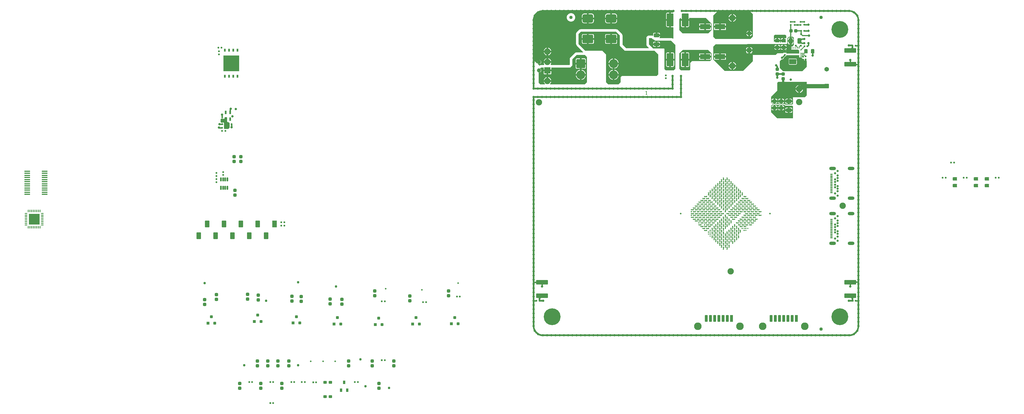
<source format=gtl>
G04*
G04 #@! TF.GenerationSoftware,Altium Limited,Altium Designer,24.10.1 (45)*
G04*
G04 Layer_Physical_Order=1*
G04 Layer_Color=255*
%FSLAX44Y44*%
%MOMM*%
G71*
G04*
G04 #@! TF.SameCoordinates,24BC4850-7E81-497A-B660-34607D59122C*
G04*
G04*
G04 #@! TF.FilePolarity,Positive*
G04*
G01*
G75*
%ADD11C,0.5080*%
%ADD15C,0.2540*%
G04:AMPARAMS|DCode=23|XSize=0.508mm|YSize=0.508mm|CornerRadius=0.1524mm|HoleSize=0mm|Usage=FLASHONLY|Rotation=90.000|XOffset=0mm|YOffset=0mm|HoleType=Round|Shape=RoundedRectangle|*
%AMROUNDEDRECTD23*
21,1,0.5080,0.2032,0,0,90.0*
21,1,0.2032,0.5080,0,0,90.0*
1,1,0.3048,0.1016,0.1016*
1,1,0.3048,0.1016,-0.1016*
1,1,0.3048,-0.1016,-0.1016*
1,1,0.3048,-0.1016,0.1016*
%
%ADD23ROUNDEDRECTD23*%
G04:AMPARAMS|DCode=24|XSize=0.508mm|YSize=0.508mm|CornerRadius=0.127mm|HoleSize=0mm|Usage=FLASHONLY|Rotation=90.000|XOffset=0mm|YOffset=0mm|HoleType=Round|Shape=RoundedRectangle|*
%AMROUNDEDRECTD24*
21,1,0.5080,0.2540,0,0,90.0*
21,1,0.2540,0.5080,0,0,90.0*
1,1,0.2540,0.1270,0.1270*
1,1,0.2540,0.1270,-0.1270*
1,1,0.2540,-0.1270,-0.1270*
1,1,0.2540,-0.1270,0.1270*
%
%ADD24ROUNDEDRECTD24*%
G04:AMPARAMS|DCode=37|XSize=0.508mm|YSize=0.508mm|CornerRadius=0.1524mm|HoleSize=0mm|Usage=FLASHONLY|Rotation=0.000|XOffset=0mm|YOffset=0mm|HoleType=Round|Shape=RoundedRectangle|*
%AMROUNDEDRECTD37*
21,1,0.5080,0.2032,0,0,0.0*
21,1,0.2032,0.5080,0,0,0.0*
1,1,0.3048,0.1016,-0.1016*
1,1,0.3048,-0.1016,-0.1016*
1,1,0.3048,-0.1016,0.1016*
1,1,0.3048,0.1016,0.1016*
%
%ADD37ROUNDEDRECTD37*%
G04:AMPARAMS|DCode=38|XSize=0.508mm|YSize=0.508mm|CornerRadius=0.127mm|HoleSize=0mm|Usage=FLASHONLY|Rotation=180.000|XOffset=0mm|YOffset=0mm|HoleType=Round|Shape=RoundedRectangle|*
%AMROUNDEDRECTD38*
21,1,0.5080,0.2540,0,0,180.0*
21,1,0.2540,0.5080,0,0,180.0*
1,1,0.2540,-0.1270,0.1270*
1,1,0.2540,0.1270,0.1270*
1,1,0.2540,0.1270,-0.1270*
1,1,0.2540,-0.1270,-0.1270*
%
%ADD38ROUNDEDRECTD38*%
G04:AMPARAMS|DCode=45|XSize=0.508mm|YSize=0.508mm|CornerRadius=0.0254mm|HoleSize=0mm|Usage=FLASHONLY|Rotation=90.000|XOffset=0mm|YOffset=0mm|HoleType=Round|Shape=RoundedRectangle|*
%AMROUNDEDRECTD45*
21,1,0.5080,0.4572,0,0,90.0*
21,1,0.4572,0.5080,0,0,90.0*
1,1,0.0508,0.2286,0.2286*
1,1,0.0508,0.2286,-0.2286*
1,1,0.0508,-0.2286,-0.2286*
1,1,0.0508,-0.2286,0.2286*
%
%ADD45ROUNDEDRECTD45*%
%ADD101C,0.7112*%
%ADD126C,1.2192*%
%ADD127R,0.7000X0.3500*%
G04:AMPARAMS|DCode=128|XSize=2.032mm|YSize=0.889mm|CornerRadius=0.1467mm|HoleSize=0mm|Usage=FLASHONLY|Rotation=270.000|XOffset=0mm|YOffset=0mm|HoleType=Round|Shape=RoundedRectangle|*
%AMROUNDEDRECTD128*
21,1,2.0320,0.5956,0,0,270.0*
21,1,1.7386,0.8890,0,0,270.0*
1,1,0.2934,-0.2978,-0.8693*
1,1,0.2934,-0.2978,0.8693*
1,1,0.2934,0.2978,0.8693*
1,1,0.2934,0.2978,-0.8693*
%
%ADD128ROUNDEDRECTD128*%
G04:AMPARAMS|DCode=129|XSize=2.032mm|YSize=0.889mm|CornerRadius=0.0445mm|HoleSize=0mm|Usage=FLASHONLY|Rotation=270.000|XOffset=0mm|YOffset=0mm|HoleType=Round|Shape=RoundedRectangle|*
%AMROUNDEDRECTD129*
21,1,2.0320,0.8001,0,0,270.0*
21,1,1.9431,0.8890,0,0,270.0*
1,1,0.0889,-0.4001,-0.9716*
1,1,0.0889,-0.4001,0.9716*
1,1,0.0889,0.4001,0.9716*
1,1,0.0889,0.4001,-0.9716*
%
%ADD129ROUNDEDRECTD129*%
G04:AMPARAMS|DCode=130|XSize=1.27mm|YSize=1.016mm|CornerRadius=0.127mm|HoleSize=0mm|Usage=FLASHONLY|Rotation=180.000|XOffset=0mm|YOffset=0mm|HoleType=Round|Shape=RoundedRectangle|*
%AMROUNDEDRECTD130*
21,1,1.2700,0.7620,0,0,180.0*
21,1,1.0160,1.0160,0,0,180.0*
1,1,0.2540,-0.5080,0.3810*
1,1,0.2540,0.5080,0.3810*
1,1,0.2540,0.5080,-0.3810*
1,1,0.2540,-0.5080,-0.3810*
%
%ADD130ROUNDEDRECTD130*%
G04:AMPARAMS|DCode=131|XSize=1.6256mm|YSize=1.1176mm|CornerRadius=0.1397mm|HoleSize=0mm|Usage=FLASHONLY|Rotation=0.000|XOffset=0mm|YOffset=0mm|HoleType=Round|Shape=RoundedRectangle|*
%AMROUNDEDRECTD131*
21,1,1.6256,0.8382,0,0,0.0*
21,1,1.3462,1.1176,0,0,0.0*
1,1,0.2794,0.6731,-0.4191*
1,1,0.2794,-0.6731,-0.4191*
1,1,0.2794,-0.6731,0.4191*
1,1,0.2794,0.6731,0.4191*
%
%ADD131ROUNDEDRECTD131*%
G04:AMPARAMS|DCode=132|XSize=0.95mm|YSize=0.95mm|CornerRadius=0.1758mm|HoleSize=0mm|Usage=FLASHONLY|Rotation=180.000|XOffset=0mm|YOffset=0mm|HoleType=Round|Shape=RoundedRectangle|*
%AMROUNDEDRECTD132*
21,1,0.9500,0.5985,0,0,180.0*
21,1,0.5985,0.9500,0,0,180.0*
1,1,0.3515,-0.2993,0.2993*
1,1,0.3515,0.2993,0.2993*
1,1,0.3515,0.2993,-0.2993*
1,1,0.3515,-0.2993,-0.2993*
%
%ADD132ROUNDEDRECTD132*%
%ADD133C,1.0160*%
G04:AMPARAMS|DCode=134|XSize=0.25mm|YSize=0.45mm|CornerRadius=0.0313mm|HoleSize=0mm|Usage=FLASHONLY|Rotation=270.000|XOffset=0mm|YOffset=0mm|HoleType=Round|Shape=RoundedRectangle|*
%AMROUNDEDRECTD134*
21,1,0.2500,0.3875,0,0,270.0*
21,1,0.1875,0.4500,0,0,270.0*
1,1,0.0625,-0.1938,-0.0938*
1,1,0.0625,-0.1938,0.0938*
1,1,0.0625,0.1938,0.0938*
1,1,0.0625,0.1938,-0.0938*
%
%ADD134ROUNDEDRECTD134*%
G04:AMPARAMS|DCode=135|XSize=0.45mm|YSize=0.25mm|CornerRadius=0.0313mm|HoleSize=0mm|Usage=FLASHONLY|Rotation=270.000|XOffset=0mm|YOffset=0mm|HoleType=Round|Shape=RoundedRectangle|*
%AMROUNDEDRECTD135*
21,1,0.4500,0.1875,0,0,270.0*
21,1,0.3875,0.2500,0,0,270.0*
1,1,0.0625,-0.0938,-0.1938*
1,1,0.0625,-0.0938,0.1938*
1,1,0.0625,0.0938,0.1938*
1,1,0.0625,0.0938,-0.1938*
%
%ADD135ROUNDEDRECTD135*%
G04:AMPARAMS|DCode=136|XSize=0.45mm|YSize=0.25mm|CornerRadius=0.0125mm|HoleSize=0mm|Usage=FLASHONLY|Rotation=270.000|XOffset=0mm|YOffset=0mm|HoleType=Round|Shape=RoundedRectangle|*
%AMROUNDEDRECTD136*
21,1,0.4500,0.2250,0,0,270.0*
21,1,0.4250,0.2500,0,0,270.0*
1,1,0.0250,-0.1125,-0.2125*
1,1,0.0250,-0.1125,0.2125*
1,1,0.0250,0.1125,0.2125*
1,1,0.0250,0.1125,-0.2125*
%
%ADD136ROUNDEDRECTD136*%
G04:AMPARAMS|DCode=137|XSize=0.2286mm|YSize=0.3048mm|CornerRadius=0.0286mm|HoleSize=0mm|Usage=FLASHONLY|Rotation=270.000|XOffset=0mm|YOffset=0mm|HoleType=Round|Shape=RoundedRectangle|*
%AMROUNDEDRECTD137*
21,1,0.2286,0.2477,0,0,270.0*
21,1,0.1715,0.3048,0,0,270.0*
1,1,0.0572,-0.1238,-0.0857*
1,1,0.0572,-0.1238,0.0857*
1,1,0.0572,0.1238,0.0857*
1,1,0.0572,0.1238,-0.0857*
%
%ADD137ROUNDEDRECTD137*%
G04:AMPARAMS|DCode=138|XSize=1.651mm|YSize=0.4064mm|CornerRadius=0.0671mm|HoleSize=0mm|Usage=FLASHONLY|Rotation=0.000|XOffset=0mm|YOffset=0mm|HoleType=Round|Shape=RoundedRectangle|*
%AMROUNDEDRECTD138*
21,1,1.6510,0.2723,0,0,0.0*
21,1,1.5169,0.4064,0,0,0.0*
1,1,0.1341,0.7584,-0.1361*
1,1,0.1341,-0.7584,-0.1361*
1,1,0.1341,-0.7584,0.1361*
1,1,0.1341,0.7584,0.1361*
%
%ADD138ROUNDEDRECTD138*%
G04:AMPARAMS|DCode=139|XSize=1.651mm|YSize=0.4064mm|CornerRadius=0.0203mm|HoleSize=0mm|Usage=FLASHONLY|Rotation=0.000|XOffset=0mm|YOffset=0mm|HoleType=Round|Shape=RoundedRectangle|*
%AMROUNDEDRECTD139*
21,1,1.6510,0.3658,0,0,0.0*
21,1,1.6104,0.4064,0,0,0.0*
1,1,0.0406,0.8052,-0.1829*
1,1,0.0406,-0.8052,-0.1829*
1,1,0.0406,-0.8052,0.1829*
1,1,0.0406,0.8052,0.1829*
%
%ADD139ROUNDEDRECTD139*%
G04:AMPARAMS|DCode=140|XSize=3.2512mm|YSize=3.2512mm|CornerRadius=0.0813mm|HoleSize=0mm|Usage=FLASHONLY|Rotation=0.000|XOffset=0mm|YOffset=0mm|HoleType=Round|Shape=RoundedRectangle|*
%AMROUNDEDRECTD140*
21,1,3.2512,3.0886,0,0,0.0*
21,1,3.0886,3.2512,0,0,0.0*
1,1,0.1626,1.5443,-1.5443*
1,1,0.1626,-1.5443,-1.5443*
1,1,0.1626,-1.5443,1.5443*
1,1,0.1626,1.5443,1.5443*
%
%ADD140ROUNDEDRECTD140*%
G04:AMPARAMS|DCode=141|XSize=0.254mm|YSize=0.762mm|CornerRadius=0.0419mm|HoleSize=0mm|Usage=FLASHONLY|Rotation=180.000|XOffset=0mm|YOffset=0mm|HoleType=Round|Shape=RoundedRectangle|*
%AMROUNDEDRECTD141*
21,1,0.2540,0.6782,0,0,180.0*
21,1,0.1702,0.7620,0,0,180.0*
1,1,0.0838,-0.0851,0.3391*
1,1,0.0838,0.0851,0.3391*
1,1,0.0838,0.0851,-0.3391*
1,1,0.0838,-0.0851,-0.3391*
%
%ADD141ROUNDEDRECTD141*%
G04:AMPARAMS|DCode=142|XSize=0.254mm|YSize=0.762mm|CornerRadius=0.0419mm|HoleSize=0mm|Usage=FLASHONLY|Rotation=270.000|XOffset=0mm|YOffset=0mm|HoleType=Round|Shape=RoundedRectangle|*
%AMROUNDEDRECTD142*
21,1,0.2540,0.6782,0,0,270.0*
21,1,0.1702,0.7620,0,0,270.0*
1,1,0.0838,-0.3391,-0.0851*
1,1,0.0838,-0.3391,0.0851*
1,1,0.0838,0.3391,0.0851*
1,1,0.0838,0.3391,-0.0851*
%
%ADD142ROUNDEDRECTD142*%
G04:AMPARAMS|DCode=143|XSize=0.254mm|YSize=0.762mm|CornerRadius=0.0127mm|HoleSize=0mm|Usage=FLASHONLY|Rotation=270.000|XOffset=0mm|YOffset=0mm|HoleType=Round|Shape=RoundedRectangle|*
%AMROUNDEDRECTD143*
21,1,0.2540,0.7366,0,0,270.0*
21,1,0.2286,0.7620,0,0,270.0*
1,1,0.0254,-0.3683,-0.1143*
1,1,0.0254,-0.3683,0.1143*
1,1,0.0254,0.3683,0.1143*
1,1,0.0254,0.3683,-0.1143*
%
%ADD143ROUNDEDRECTD143*%
G04:AMPARAMS|DCode=144|XSize=1.6256mm|YSize=1.1176mm|CornerRadius=0.1397mm|HoleSize=0mm|Usage=FLASHONLY|Rotation=90.000|XOffset=0mm|YOffset=0mm|HoleType=Round|Shape=RoundedRectangle|*
%AMROUNDEDRECTD144*
21,1,1.6256,0.8382,0,0,90.0*
21,1,1.3462,1.1176,0,0,90.0*
1,1,0.2794,0.4191,0.6731*
1,1,0.2794,0.4191,-0.6731*
1,1,0.2794,-0.4191,-0.6731*
1,1,0.2794,-0.4191,0.6731*
%
%ADD144ROUNDEDRECTD144*%
G04:AMPARAMS|DCode=145|XSize=1.27mm|YSize=1.016mm|CornerRadius=0.127mm|HoleSize=0mm|Usage=FLASHONLY|Rotation=90.000|XOffset=0mm|YOffset=0mm|HoleType=Round|Shape=RoundedRectangle|*
%AMROUNDEDRECTD145*
21,1,1.2700,0.7620,0,0,90.0*
21,1,1.0160,1.0160,0,0,90.0*
1,1,0.2540,0.3810,0.5080*
1,1,0.2540,0.3810,-0.5080*
1,1,0.2540,-0.3810,-0.5080*
1,1,0.2540,-0.3810,0.5080*
%
%ADD145ROUNDEDRECTD145*%
%ADD146C,0.7620*%
G04:AMPARAMS|DCode=147|XSize=0.95mm|YSize=0.95mm|CornerRadius=0.1758mm|HoleSize=0mm|Usage=FLASHONLY|Rotation=90.000|XOffset=0mm|YOffset=0mm|HoleType=Round|Shape=RoundedRectangle|*
%AMROUNDEDRECTD147*
21,1,0.9500,0.5985,0,0,90.0*
21,1,0.5985,0.9500,0,0,90.0*
1,1,0.3515,0.2993,0.2993*
1,1,0.3515,0.2993,-0.2993*
1,1,0.3515,-0.2993,-0.2993*
1,1,0.3515,-0.2993,0.2993*
%
%ADD147ROUNDEDRECTD147*%
G04:AMPARAMS|DCode=148|XSize=0.3302mm|YSize=0.4064mm|CornerRadius=0.0165mm|HoleSize=0mm|Usage=FLASHONLY|Rotation=90.000|XOffset=0mm|YOffset=0mm|HoleType=Round|Shape=RoundedRectangle|*
%AMROUNDEDRECTD148*
21,1,0.3302,0.3734,0,0,90.0*
21,1,0.2972,0.4064,0,0,90.0*
1,1,0.0330,0.1867,0.1486*
1,1,0.0330,0.1867,-0.1486*
1,1,0.0330,-0.1867,-0.1486*
1,1,0.0330,-0.1867,0.1486*
%
%ADD148ROUNDEDRECTD148*%
%ADD149R,4.8260X4.6990*%
G04:AMPARAMS|DCode=150|XSize=0.8128mm|YSize=0.508mm|CornerRadius=0.0635mm|HoleSize=0mm|Usage=FLASHONLY|Rotation=90.000|XOffset=0mm|YOffset=0mm|HoleType=Round|Shape=RoundedRectangle|*
%AMROUNDEDRECTD150*
21,1,0.8128,0.3810,0,0,90.0*
21,1,0.6858,0.5080,0,0,90.0*
1,1,0.1270,0.1905,0.3429*
1,1,0.1270,0.1905,-0.3429*
1,1,0.1270,-0.1905,-0.3429*
1,1,0.1270,-0.1905,0.3429*
%
%ADD150ROUNDEDRECTD150*%
G04:AMPARAMS|DCode=151|XSize=0.8128mm|YSize=0.508mm|CornerRadius=0.0254mm|HoleSize=0mm|Usage=FLASHONLY|Rotation=90.000|XOffset=0mm|YOffset=0mm|HoleType=Round|Shape=RoundedRectangle|*
%AMROUNDEDRECTD151*
21,1,0.8128,0.4572,0,0,90.0*
21,1,0.7620,0.5080,0,0,90.0*
1,1,0.0508,0.2286,0.3810*
1,1,0.0508,0.2286,-0.3810*
1,1,0.0508,-0.2286,-0.3810*
1,1,0.0508,-0.2286,0.3810*
%
%ADD151ROUNDEDRECTD151*%
%ADD152C,0.3700*%
G04:AMPARAMS|DCode=153|XSize=0.8128mm|YSize=0.889mm|CornerRadius=0.1341mm|HoleSize=0mm|Usage=FLASHONLY|Rotation=0.000|XOffset=0mm|YOffset=0mm|HoleType=Round|Shape=RoundedRectangle|*
%AMROUNDEDRECTD153*
21,1,0.8128,0.6208,0,0,0.0*
21,1,0.5446,0.8890,0,0,0.0*
1,1,0.2682,0.2723,-0.3104*
1,1,0.2682,-0.2723,-0.3104*
1,1,0.2682,-0.2723,0.3104*
1,1,0.2682,0.2723,0.3104*
%
%ADD153ROUNDEDRECTD153*%
G04:AMPARAMS|DCode=154|XSize=0.8128mm|YSize=0.889mm|CornerRadius=0.0406mm|HoleSize=0mm|Usage=FLASHONLY|Rotation=0.000|XOffset=0mm|YOffset=0mm|HoleType=Round|Shape=RoundedRectangle|*
%AMROUNDEDRECTD154*
21,1,0.8128,0.8077,0,0,0.0*
21,1,0.7315,0.8890,0,0,0.0*
1,1,0.0813,0.3658,-0.4039*
1,1,0.0813,-0.3658,-0.4039*
1,1,0.0813,-0.3658,0.4039*
1,1,0.0813,0.3658,0.4039*
%
%ADD154ROUNDEDRECTD154*%
G04:AMPARAMS|DCode=155|XSize=1.1938mm|YSize=0.4572mm|CornerRadius=0.0754mm|HoleSize=0mm|Usage=FLASHONLY|Rotation=270.000|XOffset=0mm|YOffset=0mm|HoleType=Round|Shape=RoundedRectangle|*
%AMROUNDEDRECTD155*
21,1,1.1938,0.3063,0,0,270.0*
21,1,1.0429,0.4572,0,0,270.0*
1,1,0.1509,-0.1532,-0.5215*
1,1,0.1509,-0.1532,0.5215*
1,1,0.1509,0.1532,0.5215*
1,1,0.1509,0.1532,-0.5215*
%
%ADD155ROUNDEDRECTD155*%
G04:AMPARAMS|DCode=156|XSize=1.1938mm|YSize=0.4572mm|CornerRadius=0.0229mm|HoleSize=0mm|Usage=FLASHONLY|Rotation=90.000|XOffset=0mm|YOffset=0mm|HoleType=Round|Shape=RoundedRectangle|*
%AMROUNDEDRECTD156*
21,1,1.1938,0.4115,0,0,90.0*
21,1,1.1481,0.4572,0,0,90.0*
1,1,0.0457,0.2057,0.5740*
1,1,0.0457,0.2057,-0.5740*
1,1,0.0457,-0.2057,-0.5740*
1,1,0.0457,-0.2057,0.5740*
%
%ADD156ROUNDEDRECTD156*%
G04:AMPARAMS|DCode=157|XSize=1.0668mm|YSize=0.508mm|CornerRadius=0.0838mm|HoleSize=0mm|Usage=FLASHONLY|Rotation=90.000|XOffset=0mm|YOffset=0mm|HoleType=Round|Shape=RoundedRectangle|*
%AMROUNDEDRECTD157*
21,1,1.0668,0.3404,0,0,90.0*
21,1,0.8992,0.5080,0,0,90.0*
1,1,0.1676,0.1702,0.4496*
1,1,0.1676,0.1702,-0.4496*
1,1,0.1676,-0.1702,-0.4496*
1,1,0.1676,-0.1702,0.4496*
%
%ADD157ROUNDEDRECTD157*%
G04:AMPARAMS|DCode=158|XSize=1.0668mm|YSize=0.508mm|CornerRadius=0.0254mm|HoleSize=0mm|Usage=FLASHONLY|Rotation=90.000|XOffset=0mm|YOffset=0mm|HoleType=Round|Shape=RoundedRectangle|*
%AMROUNDEDRECTD158*
21,1,1.0668,0.4572,0,0,90.0*
21,1,1.0160,0.5080,0,0,90.0*
1,1,0.0508,0.2286,0.5080*
1,1,0.0508,0.2286,-0.5080*
1,1,0.0508,-0.2286,-0.5080*
1,1,0.0508,-0.2286,0.5080*
%
%ADD158ROUNDEDRECTD158*%
G04:AMPARAMS|DCode=159|XSize=0.7112mm|YSize=1.016mm|CornerRadius=0.0356mm|HoleSize=0mm|Usage=FLASHONLY|Rotation=0.000|XOffset=0mm|YOffset=0mm|HoleType=Round|Shape=RoundedRectangle|*
%AMROUNDEDRECTD159*
21,1,0.7112,0.9449,0,0,0.0*
21,1,0.6401,1.0160,0,0,0.0*
1,1,0.0711,0.3200,-0.4724*
1,1,0.0711,-0.3200,-0.4724*
1,1,0.0711,-0.3200,0.4724*
1,1,0.0711,0.3200,0.4724*
%
%ADD159ROUNDEDRECTD159*%
G04:AMPARAMS|DCode=160|XSize=0.7112mm|YSize=1.016mm|CornerRadius=0.0889mm|HoleSize=0mm|Usage=FLASHONLY|Rotation=0.000|XOffset=0mm|YOffset=0mm|HoleType=Round|Shape=RoundedRectangle|*
%AMROUNDEDRECTD160*
21,1,0.7112,0.8382,0,0,0.0*
21,1,0.5334,1.0160,0,0,0.0*
1,1,0.1778,0.2667,-0.4191*
1,1,0.1778,-0.2667,-0.4191*
1,1,0.1778,-0.2667,0.4191*
1,1,0.1778,0.2667,0.4191*
%
%ADD160ROUNDEDRECTD160*%
G04:AMPARAMS|DCode=161|XSize=0.889mm|YSize=1.016mm|CornerRadius=0.1111mm|HoleSize=0mm|Usage=FLASHONLY|Rotation=90.000|XOffset=0mm|YOffset=0mm|HoleType=Round|Shape=RoundedRectangle|*
%AMROUNDEDRECTD161*
21,1,0.8890,0.7938,0,0,90.0*
21,1,0.6668,1.0160,0,0,90.0*
1,1,0.2223,0.3969,0.3334*
1,1,0.2223,0.3969,-0.3334*
1,1,0.2223,-0.3969,-0.3334*
1,1,0.2223,-0.3969,0.3334*
%
%ADD161ROUNDEDRECTD161*%
G04:AMPARAMS|DCode=162|XSize=1.4224mm|YSize=2.032mm|CornerRadius=0.1778mm|HoleSize=0mm|Usage=FLASHONLY|Rotation=180.000|XOffset=0mm|YOffset=0mm|HoleType=Round|Shape=RoundedRectangle|*
%AMROUNDEDRECTD162*
21,1,1.4224,1.6764,0,0,180.0*
21,1,1.0668,2.0320,0,0,180.0*
1,1,0.3556,-0.5334,0.8382*
1,1,0.3556,0.5334,0.8382*
1,1,0.3556,0.5334,-0.8382*
1,1,0.3556,-0.5334,-0.8382*
%
%ADD162ROUNDEDRECTD162*%
G04:AMPARAMS|DCode=163|XSize=1.4224mm|YSize=2.032mm|CornerRadius=0.0711mm|HoleSize=0mm|Usage=FLASHONLY|Rotation=180.000|XOffset=0mm|YOffset=0mm|HoleType=Round|Shape=RoundedRectangle|*
%AMROUNDEDRECTD163*
21,1,1.4224,1.8898,0,0,180.0*
21,1,1.2802,2.0320,0,0,180.0*
1,1,0.1422,-0.6401,0.9449*
1,1,0.1422,0.6401,0.9449*
1,1,0.1422,0.6401,-0.9449*
1,1,0.1422,-0.6401,-0.9449*
%
%ADD163ROUNDEDRECTD163*%
G04:AMPARAMS|DCode=164|XSize=3.175mm|YSize=2.4638mm|CornerRadius=0.1232mm|HoleSize=0mm|Usage=FLASHONLY|Rotation=180.000|XOffset=0mm|YOffset=0mm|HoleType=Round|Shape=RoundedRectangle|*
%AMROUNDEDRECTD164*
21,1,3.1750,2.2174,0,0,180.0*
21,1,2.9286,2.4638,0,0,180.0*
1,1,0.2464,-1.4643,1.1087*
1,1,0.2464,1.4643,1.1087*
1,1,0.2464,1.4643,-1.1087*
1,1,0.2464,-1.4643,-1.1087*
%
%ADD164ROUNDEDRECTD164*%
G04:AMPARAMS|DCode=165|XSize=3.175mm|YSize=2.4638mm|CornerRadius=0.4065mm|HoleSize=0mm|Usage=FLASHONLY|Rotation=180.000|XOffset=0mm|YOffset=0mm|HoleType=Round|Shape=RoundedRectangle|*
%AMROUNDEDRECTD165*
21,1,3.1750,1.6508,0,0,180.0*
21,1,2.3620,2.4638,0,0,180.0*
1,1,0.8131,-1.1810,0.8254*
1,1,0.8131,1.1810,0.8254*
1,1,0.8131,1.1810,-0.8254*
1,1,0.8131,-1.1810,-0.8254*
%
%ADD165ROUNDEDRECTD165*%
G04:AMPARAMS|DCode=166|XSize=2.032mm|YSize=3.9624mm|CornerRadius=0.1016mm|HoleSize=0mm|Usage=FLASHONLY|Rotation=180.000|XOffset=0mm|YOffset=0mm|HoleType=Round|Shape=RoundedRectangle|*
%AMROUNDEDRECTD166*
21,1,2.0320,3.7592,0,0,180.0*
21,1,1.8288,3.9624,0,0,180.0*
1,1,0.2032,-0.9144,1.8796*
1,1,0.2032,0.9144,1.8796*
1,1,0.2032,0.9144,-1.8796*
1,1,0.2032,-0.9144,-1.8796*
%
%ADD166ROUNDEDRECTD166*%
G04:AMPARAMS|DCode=167|XSize=2.032mm|YSize=3.9624mm|CornerRadius=0.254mm|HoleSize=0mm|Usage=FLASHONLY|Rotation=180.000|XOffset=0mm|YOffset=0mm|HoleType=Round|Shape=RoundedRectangle|*
%AMROUNDEDRECTD167*
21,1,2.0320,3.4544,0,0,180.0*
21,1,1.5240,3.9624,0,0,180.0*
1,1,0.5080,-0.7620,1.7272*
1,1,0.5080,0.7620,1.7272*
1,1,0.5080,0.7620,-1.7272*
1,1,0.5080,-0.7620,-1.7272*
%
%ADD167ROUNDEDRECTD167*%
%ADD168R,3.1496X1.4986*%
G04:AMPARAMS|DCode=169|XSize=1.397mm|YSize=3.556mm|CornerRadius=0.1746mm|HoleSize=0mm|Usage=FLASHONLY|Rotation=270.000|XOffset=0mm|YOffset=0mm|HoleType=Round|Shape=RoundedRectangle|*
%AMROUNDEDRECTD169*
21,1,1.3970,3.2068,0,0,270.0*
21,1,1.0478,3.5560,0,0,270.0*
1,1,0.3493,-1.6034,-0.5239*
1,1,0.3493,-1.6034,0.5239*
1,1,0.3493,1.6034,0.5239*
1,1,0.3493,1.6034,-0.5239*
%
%ADD169ROUNDEDRECTD169*%
%ADD170C,0.6350*%
%ADD171C,1.2700*%
%ADD172C,0.3048*%
%ADD173C,0.5080*%
%ADD174C,0.3810*%
%ADD175C,0.2032*%
%ADD176O,2.0320X1.0160*%
%ADD177C,0.6604*%
%ADD178C,2.2860*%
G04:AMPARAMS|DCode=179|XSize=1.3716mm|YSize=1.3716mm|CornerRadius=0.1715mm|HoleSize=0mm|Usage=FLASHONLY|Rotation=90.000|XOffset=0mm|YOffset=0mm|HoleType=Round|Shape=RoundedRectangle|*
%AMROUNDEDRECTD179*
21,1,1.3716,1.0287,0,0,90.0*
21,1,1.0287,1.3716,0,0,90.0*
1,1,0.3429,0.5143,0.5143*
1,1,0.3429,0.5143,-0.5143*
1,1,0.3429,-0.5143,-0.5143*
1,1,0.3429,-0.5143,0.5143*
%
%ADD179ROUNDEDRECTD179*%
%ADD180C,1.3716*%
%ADD181C,1.9050*%
G04:AMPARAMS|DCode=182|XSize=2.667mm|YSize=2.667mm|CornerRadius=0.1333mm|HoleSize=0mm|Usage=FLASHONLY|Rotation=0.000|XOffset=0mm|YOffset=0mm|HoleType=Round|Shape=RoundedRectangle|*
%AMROUNDEDRECTD182*
21,1,2.6670,2.4003,0,0,0.0*
21,1,2.4003,2.6670,0,0,0.0*
1,1,0.2667,1.2002,-1.2002*
1,1,0.2667,-1.2002,-1.2002*
1,1,0.2667,-1.2002,1.2002*
1,1,0.2667,1.2002,1.2002*
%
%ADD182ROUNDEDRECTD182*%
%ADD183C,2.6670*%
G04:AMPARAMS|DCode=184|XSize=1.905mm|YSize=1.905mm|CornerRadius=0.0953mm|HoleSize=0mm|Usage=FLASHONLY|Rotation=90.000|XOffset=0mm|YOffset=0mm|HoleType=Round|Shape=RoundedRectangle|*
%AMROUNDEDRECTD184*
21,1,1.9050,1.7145,0,0,90.0*
21,1,1.7145,1.9050,0,0,90.0*
1,1,0.1905,0.8573,0.8573*
1,1,0.1905,0.8573,-0.8573*
1,1,0.1905,-0.8573,-0.8573*
1,1,0.1905,-0.8573,0.8573*
%
%ADD184ROUNDEDRECTD184*%
%ADD185C,5.0800*%
%ADD186C,0.6096*%
%ADD187C,0.3500*%
G36*
X2971800Y2509695D02*
X2970530Y2508723D01*
X2969620Y2508904D01*
X2964540D01*
Y2486970D01*
Y2465036D01*
X2969620D01*
X2970530Y2465217D01*
X2971800Y2464245D01*
Y2430626D01*
X2970530Y2430137D01*
X2969293Y2431086D01*
X2967439Y2431854D01*
X2965450Y2432116D01*
X2930015Y2432116D01*
X2929630Y2433386D01*
X2930203Y2433769D01*
X2930961Y2434903D01*
X2931227Y2436241D01*
Y2437892D01*
X2921000D01*
Y2440432D01*
X2918460D01*
Y2448119D01*
X2914269D01*
X2912931Y2447853D01*
X2911797Y2447095D01*
X2911039Y2445961D01*
X2910773Y2444623D01*
Y2439737D01*
X2910704Y2439634D01*
X2909882Y2439075D01*
X2909503Y2438968D01*
X2909186Y2439151D01*
X2908700Y2439281D01*
X2908234Y2439474D01*
X2907735Y2439540D01*
X2907249Y2439670D01*
X2906745Y2439670D01*
X2906245Y2439736D01*
X2898140D01*
X2896151Y2439474D01*
X2894297Y2438706D01*
X2892705Y2437485D01*
X2891484Y2435893D01*
X2890716Y2434039D01*
X2890454Y2432050D01*
X2890454Y2413000D01*
X2890716Y2411011D01*
X2891484Y2409157D01*
X2892705Y2407565D01*
X2892705Y2407565D01*
X2897462Y2402809D01*
X2896976Y2401636D01*
X2828934D01*
X2818196Y2412374D01*
Y2439670D01*
X2818196Y2439670D01*
X2817934Y2441659D01*
X2817166Y2443513D01*
X2815945Y2445105D01*
X2815945Y2445105D01*
X2804514Y2456535D01*
X2802923Y2457756D01*
X2801069Y2458524D01*
X2799080Y2458786D01*
X2692400D01*
X2692400Y2458786D01*
X2690411Y2458524D01*
X2688557Y2457756D01*
X2686965Y2456535D01*
X2680616Y2450185D01*
X2680615Y2450185D01*
X2679394Y2448593D01*
X2678626Y2446739D01*
X2678364Y2444750D01*
Y2414270D01*
X2678626Y2412281D01*
X2679394Y2410427D01*
X2680615Y2408835D01*
X2680616Y2408835D01*
X2699341Y2390109D01*
X2698856Y2388936D01*
X2679700D01*
X2679700Y2388936D01*
X2677711Y2388674D01*
X2675857Y2387906D01*
X2674265Y2386685D01*
X2661565Y2373985D01*
X2660344Y2372393D01*
X2659576Y2370539D01*
X2659314Y2368550D01*
Y2352684D01*
X2657466Y2350836D01*
X2603946D01*
X2603776Y2350813D01*
X2602880Y2351184D01*
X2601868Y2351318D01*
X2601471Y2352217D01*
X2601375Y2352663D01*
X2602839Y2355199D01*
X2603354Y2357120D01*
X2592070D01*
X2580786D01*
X2581301Y2355199D01*
X2582765Y2352663D01*
X2582669Y2352217D01*
X2582272Y2351318D01*
X2581259Y2351184D01*
X2580364Y2350813D01*
X2580194Y2350836D01*
X2573020D01*
X2571031Y2350574D01*
X2569177Y2349806D01*
X2567585Y2348585D01*
X2562936Y2353234D01*
X2563656Y2354310D01*
X2565457Y2353564D01*
X2567883D01*
X2570123Y2354492D01*
X2571838Y2356207D01*
X2572766Y2358447D01*
Y2360872D01*
X2571838Y2363113D01*
X2570123Y2364828D01*
X2567883Y2365756D01*
X2565457D01*
X2563217Y2364828D01*
X2561502Y2363113D01*
X2560574Y2360872D01*
Y2358447D01*
X2561320Y2356646D01*
X2560244Y2355926D01*
X2552700Y2363470D01*
Y2282190D01*
X2547620D01*
Y2397000D01*
X2547620D01*
Y2485900D01*
X2547620D01*
Y2485900D01*
X2547620Y2487898D01*
X2548141Y2491859D01*
X2549176Y2495719D01*
X2550705Y2499410D01*
X2552702Y2502870D01*
X2555135Y2506040D01*
X2557960Y2508865D01*
X2561130Y2511298D01*
X2564127Y2513028D01*
X2564590Y2513295D01*
X2564590D01*
X2564590Y2513295D01*
X2568282Y2514824D01*
X2572141Y2515859D01*
X2576102Y2516380D01*
X2578100Y2516380D01*
D01*
X2578100Y2516380D01*
X2971800Y2516380D01*
Y2509695D01*
D02*
G37*
G36*
X3085824Y2476776D02*
X3084939Y2475865D01*
X3083694Y2475865D01*
X3069717D01*
Y2468880D01*
X3084957D01*
Y2474595D01*
X3084957Y2475847D01*
X3085868Y2476732D01*
X3087370Y2475230D01*
Y2456180D01*
X3077210Y2446020D01*
X2999740D01*
X2989580Y2456180D01*
Y2489200D01*
X2993390Y2493010D01*
X2994718D01*
Y2489510D01*
X3019282D01*
Y2493010D01*
X3069590D01*
X3085824Y2476776D01*
D02*
G37*
G36*
X3507859Y2515859D02*
X3511718Y2514825D01*
X3515410Y2513295D01*
X3518870Y2511298D01*
X3522040Y2508865D01*
X3524865Y2506040D01*
X3527297Y2502870D01*
X3529295Y2499410D01*
X3530824Y2495719D01*
X3531859Y2491859D01*
X3532380Y2487898D01*
Y2485900D01*
X3527300D01*
X3527178Y2488390D01*
X3526206Y2493273D01*
X3524301Y2497874D01*
X3521534Y2502014D01*
X3518014Y2505535D01*
X3513873Y2508301D01*
X3509273Y2510206D01*
X3504390Y2511178D01*
X3501900Y2511300D01*
Y2511300D01*
X3204970Y2511300D01*
X3211830Y2504440D01*
Y2437130D01*
X3204210Y2429510D01*
X3098800D01*
X3092450Y2435860D01*
Y2500630D01*
X3103120Y2511300D01*
X2997200D01*
X2997200Y2516380D01*
X3501900Y2516380D01*
X3503898D01*
X3507859Y2515859D01*
D02*
G37*
G36*
X3312160Y2439670D02*
Y2432041D01*
X3310909Y2431350D01*
X3309620Y2431607D01*
X3307080D01*
Y2424430D01*
X3304540D01*
Y2421890D01*
X3296093D01*
Y2420620D01*
X3296349Y2419332D01*
X3295659Y2418080D01*
X3294372D01*
X3293680Y2419332D01*
X3293937Y2420620D01*
Y2421890D01*
X3285490D01*
X3277043D01*
Y2421561D01*
X3275773Y2420921D01*
X3275330Y2421248D01*
Y2439670D01*
X3277870Y2442210D01*
X3309620D01*
X3312160Y2439670D01*
D02*
G37*
G36*
X3335020Y2433320D02*
Y2411730D01*
X3329940Y2406650D01*
X3327400D01*
Y2404705D01*
X3327393Y2404694D01*
X3327250Y2403978D01*
Y2400103D01*
X3327393Y2399386D01*
X3327400Y2399375D01*
Y2397760D01*
X3328070Y2397090D01*
X3348860D01*
X3351360Y2394590D01*
Y2385040D01*
X3313450D01*
X3312160Y2386330D01*
X3312616Y2387411D01*
X3312730Y2387582D01*
X3312734Y2387600D01*
X3303966D01*
X3303970Y2387582D01*
X3303279Y2386330D01*
X3285490D01*
X3280410Y2381250D01*
X3211830D01*
Y2362200D01*
X3182620Y2332990D01*
X3126740D01*
X3093996Y2365734D01*
X3094881Y2366645D01*
X3096125Y2366645D01*
X3110103D01*
Y2373630D01*
X3094863D01*
Y2367915D01*
X3094863Y2366663D01*
X3093952Y2365778D01*
X3092450Y2367280D01*
Y2406650D01*
X3098800Y2413000D01*
X3194050D01*
X3195320Y2414270D01*
X3313430D01*
X3315970Y2416810D01*
Y2432050D01*
X3319780Y2435860D01*
X3332480D01*
X3335020Y2433320D01*
D02*
G37*
G36*
X3351530Y2374900D02*
X3352800Y2373630D01*
X3353145D01*
X3353156Y2373623D01*
X3353872Y2373480D01*
X3355615D01*
X3355810Y2373441D01*
X3358069D01*
X3362452Y2369058D01*
X3365943D01*
Y2366645D01*
X3366200Y2365357D01*
X3366929Y2364264D01*
X3368022Y2363535D01*
X3368040Y2363531D01*
Y2367915D01*
X3373120D01*
Y2363531D01*
X3373138Y2363535D01*
X3374390Y2362843D01*
Y2345690D01*
X3360420Y2331720D01*
X3303270D01*
X3293110Y2341880D01*
Y2362200D01*
X3298176Y2367266D01*
X3298359Y2367190D01*
X3300380D01*
X3302247Y2367963D01*
X3303676Y2369392D01*
X3304450Y2371259D01*
Y2372405D01*
X3309176Y2377131D01*
X3309620D01*
X3310710Y2377348D01*
X3311635Y2377966D01*
X3312252Y2378890D01*
X3312469Y2379980D01*
X3351530D01*
Y2374900D01*
D02*
G37*
G36*
X3087370Y2386330D02*
Y2367280D01*
X3085868Y2365778D01*
X3084957Y2366663D01*
X3084957Y2367908D01*
Y2373630D01*
X3069717D01*
Y2366645D01*
X3083687D01*
X3084939Y2366645D01*
X3085824Y2365734D01*
X3082290Y2362200D01*
X3027680D01*
X3022600Y2357120D01*
Y2336800D01*
X3020060Y2334260D01*
X2994660Y2334260D01*
X2989580Y2339340D01*
Y2386330D01*
X2999740Y2396490D01*
X3077210D01*
X3087370Y2386330D01*
D02*
G37*
G36*
X2711450Y2374900D02*
Y2298700D01*
X2705100Y2292350D01*
X2600030Y2292350D01*
X2599524Y2293620D01*
X2601318Y2295414D01*
X2602839Y2298049D01*
X2603354Y2299970D01*
X2580786D01*
X2581301Y2298049D01*
X2582822Y2295414D01*
X2584616Y2293620D01*
X2584110Y2292350D01*
X2570480D01*
X2565400Y2297430D01*
Y2328126D01*
X2565457Y2328164D01*
X2567882D01*
X2570123Y2329092D01*
X2571838Y2330807D01*
X2572766Y2333047D01*
Y2335473D01*
X2571838Y2337713D01*
X2570123Y2339428D01*
X2569986Y2340116D01*
X2573020Y2343150D01*
X2580194D01*
X2580454Y2342832D01*
Y2336800D01*
X2592070D01*
X2603686D01*
Y2342832D01*
X2603946Y2343150D01*
X2660650D01*
X2667000Y2349500D01*
Y2368550D01*
X2679700Y2381250D01*
X2705100D01*
X2711450Y2374900D01*
D02*
G37*
G36*
X2906393Y2431694D02*
X2907838Y2429810D01*
X2909722Y2428365D01*
X2911915Y2427456D01*
X2914269Y2427146D01*
X2914474D01*
X2917190Y2424430D01*
X2965450Y2424430D01*
X2978150Y2411730D01*
Y2339340D01*
X2973070Y2334260D01*
X2948940Y2334260D01*
X2945130Y2338070D01*
Y2399030D01*
X2943860Y2400300D01*
X2910840D01*
X2898140Y2413000D01*
X2898140Y2432050D01*
X2906245D01*
X2906393Y2431694D01*
D02*
G37*
G36*
X2810510Y2439670D02*
Y2409190D01*
X2825750Y2393950D01*
X2914650D01*
X2926080Y2382520D01*
Y2322830D01*
X2921000Y2317750D01*
X2816860Y2317750D01*
X2813050Y2313940D01*
Y2298700D01*
X2806700Y2292350D01*
X2774950D01*
X2768600Y2298700D01*
X2768600Y2382520D01*
X2757170Y2393950D01*
X2706370D01*
X2686050Y2414270D01*
Y2444750D01*
X2692400Y2451100D01*
X2799080D01*
X2810510Y2439670D01*
D02*
G37*
G36*
X2971800Y2282190D02*
X2966720Y2282190D01*
Y2317750D01*
X2971800D01*
Y2282190D01*
D02*
G37*
G36*
Y2277110D02*
X2547620D01*
Y2282190D01*
X2971800D01*
X2971800Y2277110D01*
D02*
G37*
G36*
X2997201Y2256786D02*
X2994660Y2256786D01*
X2994660Y2251710D01*
X2552700Y2251710D01*
Y2256790D01*
X2992121Y2256790D01*
Y2317746D01*
X2997201D01*
Y2256786D01*
D02*
G37*
G36*
X3374390Y2299970D02*
Y2259330D01*
X3368040Y2252980D01*
X3332480D01*
Y2233930D01*
X3329940Y2231390D01*
X3309620D01*
X3308350Y2232660D01*
X3270250D01*
X3268954Y2233956D01*
X3269764Y2234942D01*
X3270232Y2234630D01*
X3271520Y2234373D01*
X3274060D01*
Y2239010D01*
X3268153D01*
Y2237740D01*
X3268410Y2236452D01*
X3268722Y2235984D01*
X3267736Y2235175D01*
X3266440Y2236470D01*
Y2254250D01*
X3285490Y2273300D01*
Y2297430D01*
X3288030Y2299970D01*
X3374390Y2299970D01*
D02*
G37*
G36*
X3307080Y2230120D02*
X3309620Y2227580D01*
X3331210D01*
X3332480Y2226310D01*
Y2189480D01*
X3285490D01*
X3266440Y2208530D01*
Y2227580D01*
X3268980Y2230120D01*
X3307080Y2230120D01*
D02*
G37*
G36*
X1625600Y2192020D02*
Y2180590D01*
X1628140Y2178050D01*
X1630680D01*
X1633220Y2175510D01*
Y2169160D01*
Y2161540D01*
X1629410Y2157730D01*
X1617980D01*
X1616710Y2159000D01*
Y2168677D01*
Y2175510D01*
X1615440Y2176780D01*
X1607820D01*
X1606550Y2178050D01*
Y2186940D01*
X1607820Y2188210D01*
X1616710D01*
X1617980Y2189480D01*
Y2192020D01*
X1619250Y2193290D01*
X1624330D01*
X1625600Y2192020D01*
D02*
G37*
G36*
X3532380Y2485900D02*
Y1562100D01*
Y1560102D01*
X3531859Y1556141D01*
X3530824Y1552281D01*
X3529295Y1548590D01*
X3527298Y1545130D01*
X3524865Y1541960D01*
X3522040Y1539135D01*
X3518870Y1536702D01*
X3515410Y1534705D01*
X3511718Y1533176D01*
X3507859Y1532142D01*
X3503898Y1531620D01*
X2576102D01*
X2572141Y1532142D01*
X2568282Y1533176D01*
X2564590Y1534705D01*
X2561130Y1536702D01*
X2557960Y1539135D01*
X2555135Y1541960D01*
X2552702Y1545130D01*
X2550705Y1548590D01*
X2549176Y1552281D01*
X2548141Y1556141D01*
X2547620Y1560102D01*
Y1562100D01*
X2547620Y2254250D01*
X2552700Y2254250D01*
X2552700Y1562100D01*
X2552822Y1559610D01*
X2553794Y1554727D01*
X2555699Y1550126D01*
X2558466Y1545986D01*
X2561986Y1542466D01*
X2566126Y1539699D01*
X2570727Y1537794D01*
X2575610Y1536822D01*
X2578100Y1536700D01*
X3501900D01*
X3504390Y1536822D01*
X3509273Y1537794D01*
X3513874Y1539699D01*
X3518014Y1542466D01*
X3521534Y1545986D01*
X3524301Y1550126D01*
X3526206Y1554727D01*
X3527178Y1559610D01*
X3527300Y1562100D01*
X3527300D01*
X3527300Y2485900D01*
X3532380Y2485900D01*
D02*
G37*
%LPC*%
G36*
X2795650Y2505957D02*
X2786380D01*
Y2494026D01*
X2801866D01*
Y2499740D01*
X2801393Y2502119D01*
X2800045Y2504136D01*
X2798029Y2505483D01*
X2795650Y2505957D01*
D02*
G37*
G36*
X2725800D02*
X2716530D01*
Y2494026D01*
X2732017D01*
Y2499740D01*
X2731543Y2502119D01*
X2730196Y2504136D01*
X2728179Y2505483D01*
X2725800Y2505957D01*
D02*
G37*
G36*
X2781300D02*
X2772030D01*
X2769651Y2505483D01*
X2767634Y2504136D01*
X2766287Y2502119D01*
X2765814Y2499740D01*
Y2494026D01*
X2781300D01*
Y2505957D01*
D02*
G37*
G36*
X2711450D02*
X2702180D01*
X2699801Y2505483D01*
X2697784Y2504136D01*
X2696437Y2502119D01*
X2695963Y2499740D01*
Y2494026D01*
X2711450D01*
Y2505957D01*
D02*
G37*
G36*
X2959460Y2508904D02*
X2954380D01*
X2952596Y2508549D01*
X2951084Y2507538D01*
X2950073Y2506026D01*
X2949718Y2504242D01*
Y2489510D01*
X2959460D01*
Y2508904D01*
D02*
G37*
G36*
X2664862Y2506980D02*
X2661518D01*
X2658288Y2506115D01*
X2655392Y2504442D01*
X2653028Y2502078D01*
X2651356Y2499182D01*
X2650490Y2495952D01*
Y2492608D01*
X2651356Y2489378D01*
X2653028Y2486482D01*
X2655392Y2484117D01*
X2658288Y2482446D01*
X2661518Y2481580D01*
X2664862D01*
X2668092Y2482446D01*
X2670988Y2484117D01*
X2673352Y2486482D01*
X2675024Y2489378D01*
X2675890Y2492608D01*
Y2495952D01*
X2675024Y2499182D01*
X2673352Y2502078D01*
X2670988Y2504442D01*
X2668092Y2506115D01*
X2664862Y2506980D01*
D02*
G37*
G36*
X2801866Y2488946D02*
X2786380D01*
Y2477016D01*
X2795650D01*
X2798029Y2477489D01*
X2800045Y2478836D01*
X2801393Y2480853D01*
X2801866Y2483232D01*
Y2488946D01*
D02*
G37*
G36*
X2781300D02*
X2765814D01*
Y2483232D01*
X2766287Y2480853D01*
X2767634Y2478836D01*
X2769651Y2477489D01*
X2772030Y2477016D01*
X2781300D01*
Y2488946D01*
D02*
G37*
G36*
X2732017D02*
X2716530D01*
Y2477016D01*
X2725800D01*
X2728179Y2477489D01*
X2730196Y2478836D01*
X2731543Y2480853D01*
X2732017Y2483232D01*
Y2488946D01*
D02*
G37*
G36*
X2711450D02*
X2695963D01*
Y2483232D01*
X2696437Y2480853D01*
X2697784Y2478836D01*
X2699801Y2477489D01*
X2702180Y2477016D01*
X2711450D01*
Y2488946D01*
D02*
G37*
G36*
X2959460Y2484430D02*
X2949718D01*
Y2469698D01*
X2950073Y2467914D01*
X2951084Y2466402D01*
X2952596Y2465391D01*
X2954380Y2465036D01*
X2959460D01*
Y2484430D01*
D02*
G37*
G36*
X2927731Y2448119D02*
X2923540D01*
Y2442972D01*
X2931227D01*
Y2444623D01*
X2930961Y2445961D01*
X2930203Y2447095D01*
X2929069Y2447853D01*
X2927731Y2448119D01*
D02*
G37*
G36*
X2594610Y2402694D02*
Y2393950D01*
X2603354D01*
X2602839Y2395871D01*
X2601318Y2398506D01*
X2599166Y2400658D01*
X2596531Y2402179D01*
X2594610Y2402694D01*
D02*
G37*
G36*
X2589530D02*
X2587609Y2402179D01*
X2584974Y2400658D01*
X2582822Y2398506D01*
X2581301Y2395871D01*
X2580786Y2393950D01*
X2589530D01*
Y2402694D01*
D02*
G37*
G36*
X2603354Y2388870D02*
X2594610D01*
Y2380126D01*
X2596531Y2380641D01*
X2599166Y2382162D01*
X2601318Y2384314D01*
X2602839Y2386949D01*
X2603354Y2388870D01*
D02*
G37*
G36*
X2589530D02*
X2580786D01*
X2581301Y2386949D01*
X2582822Y2384314D01*
X2584974Y2382162D01*
X2587609Y2380641D01*
X2589530Y2380126D01*
Y2388870D01*
D02*
G37*
G36*
X2594610Y2370944D02*
Y2362200D01*
X2603354D01*
X2602839Y2364121D01*
X2601318Y2366756D01*
X2599166Y2368908D01*
X2596531Y2370429D01*
X2594610Y2370944D01*
D02*
G37*
G36*
X2589530D02*
X2587609Y2370429D01*
X2584974Y2368908D01*
X2582822Y2366756D01*
X2581301Y2364121D01*
X2580786Y2362200D01*
X2589530D01*
Y2370944D01*
D02*
G37*
G36*
X3064637Y2475865D02*
X3049397D01*
Y2468880D01*
X3064637D01*
Y2475865D01*
D02*
G37*
G36*
X3019282Y2484430D02*
X3009540D01*
Y2465036D01*
X3014620D01*
X3016404Y2465391D01*
X3017916Y2466402D01*
X3018927Y2467914D01*
X3019282Y2469698D01*
Y2484430D01*
D02*
G37*
G36*
X3004460D02*
X2994718D01*
Y2469698D01*
X2995073Y2467914D01*
X2996084Y2466402D01*
X2997596Y2465391D01*
X2999380Y2465036D01*
X3004460D01*
Y2484430D01*
D02*
G37*
G36*
X3084957Y2463800D02*
X3069717D01*
Y2456815D01*
X3084957D01*
Y2463800D01*
D02*
G37*
G36*
X3064637D02*
X3049397D01*
Y2456815D01*
X3064637D01*
Y2463800D01*
D02*
G37*
G36*
X3152140Y2504294D02*
Y2495550D01*
X3160884D01*
X3160369Y2497471D01*
X3158848Y2500106D01*
X3156696Y2502258D01*
X3154061Y2503779D01*
X3152140Y2504294D01*
D02*
G37*
G36*
X3147060D02*
X3145139Y2503779D01*
X3142504Y2502258D01*
X3140352Y2500106D01*
X3138831Y2497471D01*
X3138316Y2495550D01*
X3147060D01*
Y2504294D01*
D02*
G37*
G36*
X3160884Y2490470D02*
X3152140D01*
Y2481726D01*
X3154061Y2482241D01*
X3156696Y2483762D01*
X3158848Y2485914D01*
X3160369Y2488549D01*
X3160884Y2490470D01*
D02*
G37*
G36*
X3147060D02*
X3138316D01*
X3138831Y2488549D01*
X3140352Y2485914D01*
X3142504Y2483762D01*
X3145139Y2482241D01*
X3147060Y2481726D01*
Y2490470D01*
D02*
G37*
G36*
X3130423Y2475865D02*
X3115183D01*
Y2468880D01*
X3130423D01*
Y2475865D01*
D02*
G37*
G36*
X3110103D02*
X3094863D01*
Y2468880D01*
X3110103D01*
Y2475865D01*
D02*
G37*
G36*
X3130423Y2463800D02*
X3115183D01*
Y2456815D01*
X3130423D01*
Y2463800D01*
D02*
G37*
G36*
X3110103D02*
X3094863D01*
Y2456815D01*
X3110103D01*
Y2463800D01*
D02*
G37*
G36*
X3202940Y2454543D02*
Y2448560D01*
X3208923D01*
X3208684Y2449451D01*
X3207514Y2451479D01*
X3205858Y2453134D01*
X3203831Y2454304D01*
X3202940Y2454543D01*
D02*
G37*
G36*
X3197860D02*
X3196969Y2454304D01*
X3194941Y2453134D01*
X3193286Y2451479D01*
X3192116Y2449451D01*
X3191877Y2448560D01*
X3197860D01*
Y2454543D01*
D02*
G37*
G36*
X3208923Y2443480D02*
X3202940D01*
Y2437497D01*
X3203831Y2437736D01*
X3205858Y2438906D01*
X3207514Y2440561D01*
X3208684Y2442589D01*
X3208923Y2443480D01*
D02*
G37*
G36*
X3197860D02*
X3191877D01*
X3192116Y2442589D01*
X3193286Y2440561D01*
X3194941Y2438906D01*
X3196969Y2437736D01*
X3197860Y2437497D01*
Y2443480D01*
D02*
G37*
G36*
X3290570Y2431607D02*
X3288030D01*
Y2426970D01*
X3293937D01*
Y2428240D01*
X3293680Y2429528D01*
X3292951Y2430621D01*
X3291859Y2431350D01*
X3290570Y2431607D01*
D02*
G37*
G36*
X3302000D02*
X3299460D01*
X3298172Y2431350D01*
X3297079Y2430621D01*
X3296349Y2429528D01*
X3296093Y2428240D01*
Y2426970D01*
X3302000D01*
Y2431607D01*
D02*
G37*
G36*
X3282950D02*
X3280410D01*
X3279122Y2431350D01*
X3278029Y2430621D01*
X3277299Y2429528D01*
X3277043Y2428240D01*
Y2426970D01*
X3282950D01*
Y2431607D01*
D02*
G37*
G36*
X3329559Y2433387D02*
X3327908D01*
Y2425700D01*
X3333055D01*
Y2429891D01*
X3332789Y2431229D01*
X3332031Y2432363D01*
X3330897Y2433121D01*
X3329559Y2433387D01*
D02*
G37*
G36*
X3322828D02*
X3321177D01*
X3319839Y2433121D01*
X3318705Y2432363D01*
X3317947Y2431229D01*
X3317681Y2429891D01*
Y2425700D01*
X3322828D01*
Y2433387D01*
D02*
G37*
G36*
X3333055Y2420620D02*
X3327908D01*
Y2412933D01*
X3329559D01*
X3330897Y2413199D01*
X3332031Y2413957D01*
X3332789Y2415091D01*
X3333055Y2416429D01*
Y2420620D01*
D02*
G37*
G36*
X3322828D02*
X3317681D01*
Y2416429D01*
X3317947Y2415091D01*
X3318705Y2413957D01*
X3319839Y2413199D01*
X3321177Y2412933D01*
X3322828D01*
Y2420620D01*
D02*
G37*
G36*
X3290570Y2411287D02*
X3288030D01*
Y2406650D01*
X3293937D01*
Y2407920D01*
X3293680Y2409208D01*
X3292951Y2410301D01*
X3291859Y2411030D01*
X3290570Y2411287D01*
D02*
G37*
G36*
X3309620D02*
X3307080D01*
Y2406650D01*
X3312987D01*
Y2407920D01*
X3312730Y2409208D01*
X3312001Y2410301D01*
X3310909Y2411030D01*
X3309620Y2411287D01*
D02*
G37*
G36*
X3282950D02*
X3280410D01*
X3279122Y2411030D01*
X3278029Y2410301D01*
X3277299Y2409208D01*
X3277043Y2407920D01*
Y2406650D01*
X3282950D01*
Y2411287D01*
D02*
G37*
G36*
X3302000D02*
X3299460D01*
X3298172Y2411030D01*
X3297079Y2410301D01*
X3296349Y2409208D01*
X3296093Y2407920D01*
Y2406650D01*
X3302000D01*
Y2411287D01*
D02*
G37*
G36*
X3205544Y2404183D02*
X3202940D01*
Y2397760D01*
X3209363D01*
Y2400363D01*
X3209073Y2401825D01*
X3208245Y2403065D01*
X3207005Y2403893D01*
X3205544Y2404183D01*
D02*
G37*
G36*
X3197860D02*
X3195256D01*
X3195032Y2404139D01*
X3193795Y2403893D01*
X3192556Y2403065D01*
X3191727Y2401825D01*
X3191436Y2400363D01*
Y2397760D01*
X3197860D01*
Y2404183D01*
D02*
G37*
G36*
X3312987Y2401570D02*
X3307080D01*
Y2396933D01*
X3309620D01*
X3310909Y2397190D01*
X3312001Y2397919D01*
X3312730Y2399012D01*
X3312987Y2400300D01*
Y2401570D01*
D02*
G37*
G36*
X3302000D02*
X3296093D01*
Y2400300D01*
X3296349Y2399012D01*
X3297079Y2397919D01*
X3298172Y2397190D01*
X3299460Y2396933D01*
X3302000D01*
Y2401570D01*
D02*
G37*
G36*
X3293937D02*
X3288030D01*
Y2396933D01*
X3290570D01*
X3291859Y2397190D01*
X3292951Y2397919D01*
X3293680Y2399012D01*
X3293937Y2400300D01*
Y2401570D01*
D02*
G37*
G36*
X3282950D02*
X3277043D01*
Y2400300D01*
X3277299Y2399012D01*
X3278029Y2397919D01*
X3279122Y2397190D01*
X3280410Y2396933D01*
X3282950D01*
Y2401570D01*
D02*
G37*
G36*
X3310890Y2394524D02*
Y2392680D01*
X3312734D01*
X3312730Y2392698D01*
X3312001Y2393791D01*
X3310909Y2394520D01*
X3310890Y2394524D01*
D02*
G37*
G36*
X3305810D02*
X3305792Y2394520D01*
X3304699Y2393791D01*
X3303970Y2392698D01*
X3303966Y2392680D01*
X3305810D01*
Y2394524D01*
D02*
G37*
G36*
X3209363Y2392680D02*
X3202940D01*
Y2386257D01*
X3205544D01*
X3207005Y2386547D01*
X3208245Y2387375D01*
X3209073Y2388615D01*
X3209363Y2390076D01*
Y2392680D01*
D02*
G37*
G36*
X3197860D02*
X3191436D01*
Y2390076D01*
X3191727Y2388615D01*
X3192556Y2387375D01*
X3193795Y2386547D01*
X3195256Y2386257D01*
X3197860D01*
Y2392680D01*
D02*
G37*
G36*
X3130423Y2385695D02*
X3115183D01*
Y2378710D01*
X3130423D01*
Y2385695D01*
D02*
G37*
G36*
X3110103D02*
X3094863D01*
Y2378710D01*
X3110103D01*
Y2385695D01*
D02*
G37*
G36*
X3130423Y2373630D02*
X3115183D01*
Y2366645D01*
X3130423D01*
Y2373630D01*
D02*
G37*
G36*
X3152140Y2359514D02*
Y2350770D01*
X3160884D01*
X3160369Y2352691D01*
X3158848Y2355326D01*
X3156696Y2357478D01*
X3154061Y2358999D01*
X3152140Y2359514D01*
D02*
G37*
G36*
X3147060D02*
X3145139Y2358999D01*
X3142504Y2357478D01*
X3140352Y2355326D01*
X3138831Y2352691D01*
X3138316Y2350770D01*
X3147060D01*
Y2359514D01*
D02*
G37*
G36*
X3160884Y2345690D02*
X3152140D01*
Y2336946D01*
X3154061Y2337461D01*
X3156696Y2338982D01*
X3158848Y2341134D01*
X3160369Y2343769D01*
X3160884Y2345690D01*
D02*
G37*
G36*
X3147060D02*
X3138316D01*
X3138831Y2343769D01*
X3140352Y2341134D01*
X3142504Y2338982D01*
X3145139Y2337461D01*
X3147060Y2336946D01*
Y2345690D01*
D02*
G37*
G36*
X3341219Y2370200D02*
X3321050D01*
X3319884Y2369716D01*
X3319400Y2368550D01*
Y2354580D01*
X3319884Y2353414D01*
X3321154Y2352144D01*
X3322320Y2351660D01*
X3341370D01*
X3342536Y2352144D01*
X3343806Y2353414D01*
X3344290Y2354580D01*
Y2355287D01*
X3344672Y2356211D01*
Y2358029D01*
X3344290Y2358953D01*
Y2362516D01*
X3344106Y2362960D01*
X3344012Y2363432D01*
X3343947Y2363530D01*
X3343900Y2363765D01*
Y2367478D01*
X3343664Y2368046D01*
X3343439Y2368620D01*
X3342409Y2369693D01*
X3342393Y2369700D01*
X3342386Y2369716D01*
X3341817Y2369952D01*
X3341252Y2370199D01*
X3341236Y2370193D01*
X3341219Y2370200D01*
D02*
G37*
%LPD*%
G36*
X3342250Y2367478D02*
Y2363602D01*
X3342393Y2362886D01*
X3342640Y2362516D01*
Y2354580D01*
X3341370Y2353310D01*
X3322320D01*
X3321050Y2354580D01*
Y2368550D01*
X3341219D01*
X3342250Y2367478D01*
D02*
G37*
%LPC*%
G36*
X3084957Y2385695D02*
X3069717D01*
Y2378710D01*
X3084957D01*
Y2385695D01*
D02*
G37*
G36*
X3064637D02*
X3049397D01*
Y2378710D01*
X3064637D01*
Y2385695D01*
D02*
G37*
G36*
X3016144Y2388874D02*
X3009540D01*
Y2369510D01*
X3019252D01*
Y2385766D01*
X3019015Y2386955D01*
X3018341Y2387964D01*
X3017333Y2388637D01*
X3016144Y2388874D01*
D02*
G37*
G36*
X3004460D02*
X2997856D01*
X2996667Y2388637D01*
X2995659Y2387964D01*
X2994985Y2386955D01*
X2994748Y2385766D01*
Y2369510D01*
X3004460D01*
Y2388874D01*
D02*
G37*
G36*
X3064637Y2373630D02*
X3049397D01*
Y2366645D01*
X3064637D01*
Y2373630D01*
D02*
G37*
G36*
X3019252Y2364430D02*
X3009540D01*
Y2345066D01*
X3016144D01*
X3017333Y2345303D01*
X3018341Y2345977D01*
X3019015Y2346985D01*
X3019252Y2348174D01*
Y2364430D01*
D02*
G37*
G36*
X3004460D02*
X2994748D01*
Y2348174D01*
X2994985Y2346985D01*
X2995659Y2345977D01*
X2996667Y2345303D01*
X2997856Y2345066D01*
X3004460D01*
Y2364430D01*
D02*
G37*
G36*
X2704402Y2370521D02*
X2694940D01*
Y2357628D01*
X2707833D01*
Y2367090D01*
X2707572Y2368403D01*
X2706828Y2369516D01*
X2705715Y2370260D01*
X2704402Y2370521D01*
D02*
G37*
G36*
X2689860D02*
X2680399D01*
X2679085Y2370260D01*
X2677972Y2369516D01*
X2677228Y2368403D01*
X2676967Y2367090D01*
Y2357628D01*
X2689860D01*
Y2370521D01*
D02*
G37*
G36*
X2707833Y2352548D02*
X2694940D01*
Y2339655D01*
X2704402D01*
X2705715Y2339916D01*
X2706828Y2340660D01*
X2707572Y2341773D01*
X2707833Y2343087D01*
Y2352548D01*
D02*
G37*
G36*
X2689860D02*
X2676967D01*
Y2343087D01*
X2677228Y2341773D01*
X2677972Y2340660D01*
X2679085Y2339916D01*
X2680399Y2339655D01*
X2689860D01*
Y2352548D01*
D02*
G37*
G36*
X2694940Y2336215D02*
Y2323592D01*
X2707563D01*
X2707177Y2325534D01*
X2706018Y2328331D01*
X2704336Y2330848D01*
X2702196Y2332988D01*
X2699679Y2334670D01*
X2696882Y2335828D01*
X2694940Y2336215D01*
D02*
G37*
G36*
X2689860D02*
X2687917Y2335828D01*
X2685121Y2334670D01*
X2682604Y2332988D01*
X2680464Y2330848D01*
X2678782Y2328331D01*
X2677624Y2325534D01*
X2677237Y2323592D01*
X2689860D01*
Y2336215D01*
D02*
G37*
G36*
X2603686Y2331720D02*
X2594610D01*
Y2322645D01*
X2600642D01*
X2601807Y2322876D01*
X2602794Y2323536D01*
X2603454Y2324523D01*
X2603686Y2325688D01*
Y2331720D01*
D02*
G37*
G36*
X2589530D02*
X2580454D01*
Y2325688D01*
X2580686Y2324523D01*
X2581346Y2323536D01*
X2582333Y2322876D01*
X2583498Y2322645D01*
X2589530D01*
Y2331720D01*
D02*
G37*
G36*
X2707563Y2318512D02*
X2694940D01*
Y2305889D01*
X2696882Y2306275D01*
X2699679Y2307434D01*
X2702196Y2309116D01*
X2704336Y2311256D01*
X2706018Y2313773D01*
X2707177Y2316570D01*
X2707563Y2318512D01*
D02*
G37*
G36*
X2689860D02*
X2677237D01*
X2677624Y2316570D01*
X2678782Y2313773D01*
X2680464Y2311256D01*
X2682604Y2309116D01*
X2685121Y2307434D01*
X2687917Y2306275D01*
X2689860Y2305889D01*
Y2318512D01*
D02*
G37*
G36*
X2594610Y2313794D02*
Y2305050D01*
X2603354D01*
X2602839Y2306971D01*
X2601318Y2309606D01*
X2599166Y2311758D01*
X2596531Y2313279D01*
X2594610Y2313794D01*
D02*
G37*
G36*
X2589530D02*
X2587609Y2313279D01*
X2584974Y2311758D01*
X2582822Y2309606D01*
X2581301Y2306971D01*
X2580786Y2305050D01*
X2589530D01*
Y2313794D01*
D02*
G37*
G36*
X2927731Y2421195D02*
X2923540D01*
Y2416048D01*
X2931227D01*
Y2417699D01*
X2930961Y2419037D01*
X2930203Y2420171D01*
X2929069Y2420929D01*
X2927731Y2421195D01*
D02*
G37*
G36*
X2918460D02*
X2914269D01*
X2912931Y2420929D01*
X2911797Y2420171D01*
X2911039Y2419037D01*
X2910773Y2417699D01*
Y2416048D01*
X2918460D01*
Y2421195D01*
D02*
G37*
G36*
X2931227Y2410968D02*
X2923540D01*
Y2405821D01*
X2927731D01*
X2929069Y2406087D01*
X2930203Y2406845D01*
X2930961Y2407979D01*
X2931227Y2409317D01*
Y2410968D01*
D02*
G37*
G36*
X2918460D02*
X2910773D01*
Y2409317D01*
X2911039Y2407979D01*
X2911797Y2406845D01*
X2912931Y2406087D01*
X2914269Y2405821D01*
X2918460D01*
Y2410968D01*
D02*
G37*
G36*
X2969620Y2388904D02*
X2964540D01*
Y2369510D01*
X2974282D01*
Y2384242D01*
X2973927Y2386026D01*
X2972916Y2387538D01*
X2971404Y2388549D01*
X2969620Y2388904D01*
D02*
G37*
G36*
X2959460D02*
X2954380D01*
X2952596Y2388549D01*
X2951084Y2387538D01*
X2950073Y2386026D01*
X2949718Y2384242D01*
Y2369510D01*
X2959460D01*
Y2388904D01*
D02*
G37*
G36*
X2974282Y2364430D02*
X2964540D01*
Y2345036D01*
X2969620D01*
X2971404Y2345391D01*
X2972916Y2346402D01*
X2973927Y2347914D01*
X2974282Y2349698D01*
Y2364430D01*
D02*
G37*
G36*
X2959460D02*
X2949718D01*
Y2349698D01*
X2950073Y2347914D01*
X2951084Y2346402D01*
X2952596Y2345391D01*
X2954380Y2345036D01*
X2959460D01*
Y2364430D01*
D02*
G37*
G36*
X2798483Y2443925D02*
X2786380D01*
Y2432050D01*
X2801811D01*
Y2440597D01*
X2801558Y2441871D01*
X2800836Y2442950D01*
X2799756Y2443672D01*
X2798483Y2443925D01*
D02*
G37*
G36*
X2728633D02*
X2716530D01*
Y2432050D01*
X2731961D01*
Y2440597D01*
X2731707Y2441871D01*
X2730986Y2442950D01*
X2729907Y2443672D01*
X2728633Y2443925D01*
D02*
G37*
G36*
X2781300D02*
X2769197D01*
X2767923Y2443672D01*
X2766844Y2442950D01*
X2766122Y2441871D01*
X2765869Y2440597D01*
Y2432050D01*
X2781300D01*
Y2443925D01*
D02*
G37*
G36*
X2711450D02*
X2699347D01*
X2698073Y2443672D01*
X2696994Y2442950D01*
X2696272Y2441871D01*
X2696019Y2440597D01*
Y2432050D01*
X2711450D01*
Y2443925D01*
D02*
G37*
G36*
X2801811Y2426970D02*
X2786380D01*
Y2415095D01*
X2798483D01*
X2799756Y2415348D01*
X2800836Y2416070D01*
X2801558Y2417149D01*
X2801811Y2418423D01*
Y2426970D01*
D02*
G37*
G36*
X2781300D02*
X2765869D01*
Y2418423D01*
X2766122Y2417149D01*
X2766844Y2416070D01*
X2767923Y2415348D01*
X2769197Y2415095D01*
X2781300D01*
Y2426970D01*
D02*
G37*
G36*
X2731961D02*
X2716530D01*
Y2415095D01*
X2728633D01*
X2729907Y2415348D01*
X2730986Y2416070D01*
X2731707Y2417149D01*
X2731961Y2418423D01*
Y2426970D01*
D02*
G37*
G36*
X2711450D02*
X2696019D01*
Y2418423D01*
X2696272Y2417149D01*
X2696994Y2416070D01*
X2698073Y2415348D01*
X2699347Y2415095D01*
X2711450D01*
Y2426970D01*
D02*
G37*
G36*
X2794000Y2370251D02*
Y2357628D01*
X2806623D01*
X2806236Y2359570D01*
X2805078Y2362367D01*
X2803396Y2364884D01*
X2801256Y2367024D01*
X2798739Y2368706D01*
X2795942Y2369865D01*
X2794000Y2370251D01*
D02*
G37*
G36*
X2788920D02*
X2786978Y2369865D01*
X2784181Y2368706D01*
X2781664Y2367024D01*
X2779524Y2364884D01*
X2777842Y2362367D01*
X2776683Y2359570D01*
X2776297Y2357628D01*
X2788920D01*
Y2370251D01*
D02*
G37*
G36*
X2806623Y2352548D02*
X2794000D01*
Y2339925D01*
X2795942Y2340312D01*
X2798739Y2341470D01*
X2801256Y2343152D01*
X2803396Y2345292D01*
X2805078Y2347809D01*
X2806236Y2350606D01*
X2806623Y2352548D01*
D02*
G37*
G36*
X2788920D02*
X2776297D01*
X2776683Y2350606D01*
X2777842Y2347809D01*
X2779524Y2345292D01*
X2781664Y2343152D01*
X2784181Y2341470D01*
X2786978Y2340312D01*
X2788920Y2339925D01*
Y2352548D01*
D02*
G37*
G36*
X2794000Y2336215D02*
Y2323592D01*
X2806623D01*
X2806236Y2325534D01*
X2805078Y2328331D01*
X2803396Y2330848D01*
X2801256Y2332988D01*
X2798739Y2334670D01*
X2795942Y2335828D01*
X2794000Y2336215D01*
D02*
G37*
G36*
X2788920D02*
X2786978Y2335828D01*
X2784181Y2334670D01*
X2781664Y2332988D01*
X2779524Y2330848D01*
X2777842Y2328331D01*
X2776683Y2325534D01*
X2776297Y2323592D01*
X2788920D01*
Y2336215D01*
D02*
G37*
G36*
X2806623Y2318512D02*
X2794000D01*
Y2305889D01*
X2795942Y2306275D01*
X2798739Y2307434D01*
X2801256Y2309116D01*
X2803396Y2311256D01*
X2805078Y2313773D01*
X2806236Y2316570D01*
X2806623Y2318512D01*
D02*
G37*
G36*
X2788920D02*
X2776297D01*
X2776683Y2316570D01*
X2777842Y2313773D01*
X2779524Y2311256D01*
X2781664Y2309116D01*
X2784181Y2307434D01*
X2786978Y2306275D01*
X2788920Y2305889D01*
Y2318512D01*
D02*
G37*
G36*
X3354070Y2289664D02*
Y2280920D01*
X3362814D01*
X3362299Y2282841D01*
X3360778Y2285476D01*
X3358626Y2287628D01*
X3355991Y2289149D01*
X3354070Y2289664D01*
D02*
G37*
G36*
X3348990D02*
X3347069Y2289149D01*
X3344434Y2287628D01*
X3342282Y2285476D01*
X3340760Y2282841D01*
X3340246Y2280920D01*
X3348990D01*
Y2289664D01*
D02*
G37*
G36*
X3362814Y2275840D02*
X3354070D01*
Y2267096D01*
X3355991Y2267611D01*
X3358626Y2269132D01*
X3360778Y2271284D01*
X3362299Y2273919D01*
X3362814Y2275840D01*
D02*
G37*
G36*
X3348990D02*
X3340246D01*
X3340760Y2273919D01*
X3342282Y2271284D01*
X3344434Y2269132D01*
X3347069Y2267611D01*
X3348990Y2267096D01*
Y2275840D01*
D02*
G37*
G36*
X3302000Y2248727D02*
X3299460D01*
Y2244090D01*
X3305367D01*
Y2245360D01*
X3305110Y2246648D01*
X3304380Y2247741D01*
X3303288Y2248470D01*
X3302000Y2248727D01*
D02*
G37*
G36*
X3294380D02*
X3291840D01*
X3290551Y2248470D01*
X3289460Y2247741D01*
X3288730Y2246648D01*
X3288473Y2245360D01*
Y2244090D01*
X3294380D01*
Y2248727D01*
D02*
G37*
G36*
X3281680D02*
X3279140D01*
Y2244090D01*
X3285047D01*
Y2245360D01*
X3284790Y2246648D01*
X3284061Y2247741D01*
X3282968Y2248470D01*
X3281680Y2248727D01*
D02*
G37*
G36*
X3274060D02*
X3271520D01*
X3270232Y2248470D01*
X3269139Y2247741D01*
X3268410Y2246648D01*
X3268153Y2245360D01*
Y2244090D01*
X3274060D01*
Y2248727D01*
D02*
G37*
G36*
X3326511Y2248729D02*
X3322320D01*
Y2243582D01*
X3330007D01*
Y2245233D01*
X3329741Y2246571D01*
X3328983Y2247705D01*
X3327849Y2248463D01*
X3326511Y2248729D01*
D02*
G37*
G36*
X3317240D02*
X3313049D01*
X3311711Y2248463D01*
X3310577Y2247705D01*
X3309819Y2246571D01*
X3309553Y2245233D01*
Y2243582D01*
X3317240D01*
Y2248729D01*
D02*
G37*
G36*
X3305367Y2239010D02*
X3299460D01*
Y2234373D01*
X3302000D01*
X3303288Y2234630D01*
X3304380Y2235359D01*
X3305110Y2236452D01*
X3305367Y2237740D01*
Y2239010D01*
D02*
G37*
G36*
X3294380D02*
X3288473D01*
Y2237740D01*
X3288730Y2236452D01*
X3289460Y2235359D01*
X3290551Y2234630D01*
X3291840Y2234373D01*
X3294380D01*
Y2239010D01*
D02*
G37*
G36*
X3285047D02*
X3279140D01*
Y2234373D01*
X3281680D01*
X3282968Y2234630D01*
X3284061Y2235359D01*
X3284790Y2236452D01*
X3285047Y2237740D01*
Y2239010D01*
D02*
G37*
G36*
X3330007Y2238502D02*
X3322320D01*
Y2233355D01*
X3326511D01*
X3327849Y2233621D01*
X3328983Y2234379D01*
X3329741Y2235513D01*
X3330007Y2236851D01*
Y2238502D01*
D02*
G37*
G36*
X3317240D02*
X3309553D01*
Y2236851D01*
X3309819Y2235513D01*
X3310577Y2234379D01*
X3311711Y2233621D01*
X3313049Y2233355D01*
X3317240D01*
Y2238502D01*
D02*
G37*
G36*
X3302000Y2228407D02*
X3299460D01*
Y2223770D01*
X3305367D01*
Y2225040D01*
X3305110Y2226328D01*
X3304380Y2227421D01*
X3303288Y2228150D01*
X3302000Y2228407D01*
D02*
G37*
G36*
X3294380D02*
X3291840D01*
X3290551Y2228150D01*
X3289460Y2227421D01*
X3288730Y2226328D01*
X3288473Y2225040D01*
Y2223770D01*
X3294380D01*
Y2228407D01*
D02*
G37*
G36*
X3281680D02*
X3279140D01*
Y2223770D01*
X3285047D01*
Y2225040D01*
X3284790Y2226328D01*
X3284061Y2227421D01*
X3282968Y2228150D01*
X3281680Y2228407D01*
D02*
G37*
G36*
X3274060D02*
X3271520D01*
X3270232Y2228150D01*
X3269139Y2227421D01*
X3268410Y2226328D01*
X3268153Y2225040D01*
Y2223770D01*
X3274060D01*
Y2228407D01*
D02*
G37*
G36*
X3326511Y2221805D02*
X3322320D01*
Y2216658D01*
X3330007D01*
Y2218309D01*
X3329741Y2219647D01*
X3328983Y2220781D01*
X3327849Y2221539D01*
X3326511Y2221805D01*
D02*
G37*
G36*
X3317240D02*
X3313049D01*
X3311711Y2221539D01*
X3310577Y2220781D01*
X3309819Y2219647D01*
X3309553Y2218309D01*
Y2216658D01*
X3317240D01*
Y2221805D01*
D02*
G37*
G36*
X3305367Y2218690D02*
X3299460D01*
Y2214053D01*
X3302000D01*
X3303288Y2214310D01*
X3304380Y2215039D01*
X3305110Y2216132D01*
X3305367Y2217420D01*
Y2218690D01*
D02*
G37*
G36*
X3294380D02*
X3288473D01*
Y2217420D01*
X3288730Y2216132D01*
X3289460Y2215039D01*
X3290551Y2214310D01*
X3291840Y2214053D01*
X3294380D01*
Y2218690D01*
D02*
G37*
G36*
X3285047D02*
X3279140D01*
Y2214053D01*
X3281680D01*
X3282968Y2214310D01*
X3284061Y2215039D01*
X3284790Y2216132D01*
X3285047Y2217420D01*
Y2218690D01*
D02*
G37*
G36*
X3274060D02*
X3268153D01*
Y2217420D01*
X3268410Y2216132D01*
X3269139Y2215039D01*
X3270232Y2214310D01*
X3271520Y2214053D01*
X3274060D01*
Y2218690D01*
D02*
G37*
G36*
X3330007Y2211578D02*
X3322320D01*
Y2206431D01*
X3326511D01*
X3327849Y2206697D01*
X3328983Y2207455D01*
X3329741Y2208589D01*
X3330007Y2209927D01*
Y2211578D01*
D02*
G37*
G36*
X3317240D02*
X3309553D01*
Y2209927D01*
X3309819Y2208589D01*
X3310577Y2207455D01*
X3311711Y2206697D01*
X3313049Y2206431D01*
X3317240D01*
Y2211578D01*
D02*
G37*
%LPD*%
D11*
X3262946Y1902223D02*
D03*
X2993539D02*
D03*
X1951990Y1455420D02*
D03*
X1915160D02*
D03*
X1878330D02*
D03*
X2322830Y1691640D02*
D03*
X2213610Y1671320D02*
D03*
X2104390Y1675130D02*
D03*
X3337560Y2374646D02*
D03*
X3345180D02*
D03*
X3329940D02*
D03*
X3337560Y2390902D02*
D03*
X3345180D02*
D03*
X3329940D02*
D03*
X3473960Y2478280D02*
D03*
X3463800Y2475558D02*
D03*
X3456426Y2468148D02*
D03*
X3453640Y2457960D02*
D03*
X3456362Y2447800D02*
D03*
X3463800Y2440363D02*
D03*
X3473960Y2437640D02*
D03*
X3484120Y2440363D02*
D03*
X3491558Y2447800D02*
D03*
X3494280Y2457960D02*
D03*
X3491558Y2468120D02*
D03*
X3484120Y2475558D02*
D03*
X3473960Y1610360D02*
D03*
X3463800Y1607637D02*
D03*
X3456426Y1600228D02*
D03*
X3453640Y1590040D02*
D03*
X3456362Y1579880D02*
D03*
X3463800Y1572442D02*
D03*
X3473960Y1569720D02*
D03*
X3484120Y1572442D02*
D03*
X3491558Y1579880D02*
D03*
X3494280Y1590040D02*
D03*
X3491558Y1600200D02*
D03*
X3484120Y1607637D02*
D03*
X2606040Y2478280D02*
D03*
X2595880Y2475558D02*
D03*
X2588506Y2468148D02*
D03*
X2585720Y2457960D02*
D03*
X2588442Y2447800D02*
D03*
X2595880Y2440362D02*
D03*
X2606040Y2437640D02*
D03*
X2616200Y2440362D02*
D03*
X2623638Y2447800D02*
D03*
X2626360Y2457960D02*
D03*
X2623638Y2468120D02*
D03*
X2616200Y2475558D02*
D03*
X2606040Y1610360D02*
D03*
X2595880Y1607638D02*
D03*
X2588506Y1600228D02*
D03*
X2585720Y1590040D02*
D03*
X2588442Y1579880D02*
D03*
X2595880Y1572442D02*
D03*
X2606040Y1569720D02*
D03*
X2616200Y1572442D02*
D03*
X2623638Y1579880D02*
D03*
X2626360Y1590040D02*
D03*
X2623638Y1600200D02*
D03*
X2616200Y1607638D02*
D03*
D15*
X3369310Y2378075D02*
X3370580Y2376805D01*
X3369310Y2378075D02*
Y2378082D01*
X3355830Y2381310D02*
X3359838D01*
X3360540Y2382012D01*
X3365380D02*
X3369310Y2378082D01*
X3362840Y2376290D02*
X3362960Y2376170D01*
X3360540Y2382012D02*
X3365380D01*
X3355810Y2376290D02*
X3362840D01*
X3355810Y2381290D02*
X3355830Y2381310D01*
X3116929Y1902223D02*
X3122586D01*
X3111272Y1896566D02*
X3116929D01*
X3111272Y1907880D02*
X3116929D01*
X3105615Y1913537D02*
X3111272D01*
X3105615Y1902223D02*
X3111272D01*
X3105615Y1890909D02*
X3111272D01*
X3099958Y1885252D02*
X3105615D01*
X3099958Y1896566D02*
X3105615D01*
X3099958Y1907880D02*
X3105615D01*
X3099958Y1919193D02*
X3105615D01*
X3094301Y1924850D02*
X3099958D01*
X3094301Y1913537D02*
X3099958D01*
X3094301Y1902223D02*
X3099958D01*
X3094301Y1890909D02*
X3099958D01*
X3094301Y1879595D02*
X3099958D01*
X3088645Y1873939D02*
X3094301Y1873939D01*
X3088645Y1885252D02*
X3094301D01*
X3088645Y1896566D02*
X3094301D01*
X3088645Y1907880D02*
X3094301D01*
X3088645Y1919193D02*
X3094301D01*
X3088645Y1930507D02*
X3094301D01*
X3082988Y1936164D02*
X3088645D01*
X3082988Y1924850D02*
X3088645D01*
X3082988Y1913537D02*
X3088645D01*
X3082988Y1902223D02*
X3088645D01*
X3082988Y1890909D02*
X3088645D01*
X3082988Y1879595D02*
X3088645Y1879595D01*
X3082988Y1868282D02*
X3088645D01*
X3077331Y1941821D02*
X3082988D01*
X3077331Y1930507D02*
X3082988D01*
X3077331Y1919193D02*
X3082988D01*
X3077331Y1907880D02*
X3082988D01*
X3077331Y1896566D02*
X3082988D01*
X3077331Y1885252D02*
X3082988D01*
X3077331Y1873939D02*
X3082988Y1873939D01*
X3077331Y1862625D02*
X3082988D01*
X3071674Y1856968D02*
X3077331D01*
X3066017Y1851311D02*
X3071674D01*
Y1868282D02*
X3077331D01*
X3066017Y1862625D02*
X3071674D01*
Y1879595D02*
X3077331D01*
X3066017Y1873939D02*
X3071674D01*
X3071674Y1890909D02*
X3077331D01*
X3066017Y1885252D02*
X3071674D01*
X3066017Y1896566D02*
X3071674D01*
X3071674Y1913537D02*
X3077331D01*
X3066017Y1907880D02*
X3071674D01*
X3071674Y1924850D02*
X3077331D01*
X3066017Y1919193D02*
X3071674D01*
X3071674Y1936164D02*
X3077331D01*
X3066017Y1930507D02*
X3071674D01*
Y1947478D02*
X3077331D01*
X3066017Y1941821D02*
X3071674D01*
X3066017Y1953134D02*
X3071674D01*
X3060360Y1947478D02*
X3066017D01*
X3060360Y1936164D02*
X3066017D01*
X3060360Y1924850D02*
X3066017D01*
X3060360Y1913537D02*
X3066017D01*
X3060360Y1902223D02*
X3066017D01*
X3060360Y1890909D02*
X3066017D01*
X3060360Y1879595D02*
X3066017D01*
X3060360Y1856968D02*
X3066017D01*
X3054703Y1862625D02*
X3060360D01*
X3049047Y1868282D02*
X3054703D01*
X3049047Y1879595D02*
X3054703Y1879595D01*
X3043390Y1885252D02*
X3049047Y1885252D01*
Y1890909D02*
X3054703D01*
X3043390Y1896566D02*
X3049047D01*
X3049047Y1902223D02*
X3054703D01*
X3043390Y1907880D02*
X3049047D01*
Y1913537D02*
X3054703Y1913537D01*
X3054703Y1907880D02*
X3060360D01*
X3054703Y1873939D02*
X3060360Y1873939D01*
X3054703Y1885252D02*
X3060360D01*
X3054703Y1896566D02*
X3060360D01*
X3054703Y1919193D02*
X3060360D01*
X3043390D02*
X3049047D01*
Y1924850D02*
X3054703D01*
X3054703Y1930507D02*
X3060360D01*
X3043390Y1930507D02*
X3049047D01*
X3049047Y1936164D02*
X3054703D01*
Y1941821D02*
X3060360D01*
X3037733Y1924850D02*
X3043390D01*
X3037733Y1913537D02*
X3043390D01*
X3037733Y1902223D02*
X3043390D01*
X3037733Y1890909D02*
X3043390D01*
X3037733Y1879595D02*
X3043390D01*
X3032076Y1885252D02*
X3037733D01*
X3026419Y1890909D02*
X3032076D01*
Y1896566D02*
X3037733D01*
X3026419Y1902223D02*
X3032076D01*
X3032076Y1907880D02*
X3037733D01*
X3026419Y1913537D02*
X3032076D01*
X3032076Y1919193D02*
X3037733D01*
X3145213Y1992733D02*
Y1998389D01*
X3139556Y1998389D02*
Y2004046D01*
X3133900Y2004046D02*
Y2009703D01*
Y1992733D02*
Y1998389D01*
X3128242Y1998389D02*
Y2004046D01*
X3122586Y2004046D02*
Y2009703D01*
X3122586Y1992733D02*
Y1998389D01*
X3116929D02*
Y2004046D01*
X3111272Y1992733D02*
Y1998389D01*
X3105615Y1987076D02*
Y1992733D01*
X3116929Y1987076D02*
Y1992733D01*
X3128242Y1987076D02*
Y1992733D01*
X3139556Y1987076D02*
Y1992733D01*
X3150870Y1987076D02*
Y1992733D01*
X3167841Y1970105D02*
Y1975762D01*
X3162184D02*
Y1981419D01*
X3156527Y1981419D02*
Y1987076D01*
X3156527Y1970105D02*
Y1975762D01*
X3150870Y1975762D02*
Y1981419D01*
X3145213D02*
Y1987076D01*
Y1970105D02*
Y1975762D01*
X3122586Y1970105D02*
Y1975762D01*
X3111272Y1970105D02*
Y1975762D01*
X3099958Y1970105D02*
X3099958Y1975762D01*
X3133900Y1970105D02*
Y1975762D01*
X3139556Y1975762D02*
X3139556Y1981419D01*
X3133900D02*
Y1987076D01*
X3128242Y1975762D02*
Y1981419D01*
X3122586Y1981419D02*
Y1987076D01*
X3116929Y1975762D02*
Y1981419D01*
X3111272D02*
X3111272Y1987076D01*
X3105615Y1975762D02*
X3105615Y1981419D01*
X3099958D02*
X3099958Y1987076D01*
X3094301Y1975762D02*
Y1981419D01*
X3088645Y1970105D02*
Y1975762D01*
X3082988Y1964448D02*
Y1970105D01*
X3094301Y1964448D02*
Y1970105D01*
X3105615Y1964448D02*
Y1970105D01*
X3116929Y1964448D02*
Y1970105D01*
X3128242Y1964448D02*
Y1970105D01*
X3139556Y1964448D02*
Y1970105D01*
X3150870Y1964448D02*
Y1970105D01*
X3162184Y1964448D02*
Y1970105D01*
X3167841Y1958791D02*
Y1964448D01*
X3156527Y1958791D02*
Y1964448D01*
X3162184Y1953134D02*
Y1958791D01*
X3145213Y1958791D02*
Y1964448D01*
X3150870Y1953134D02*
Y1958791D01*
X3133900Y1958791D02*
Y1964448D01*
X3139556Y1953134D02*
Y1958791D01*
X3122586Y1958791D02*
Y1964448D01*
X3111272Y1958791D02*
Y1964448D01*
X3116929Y1953134D02*
Y1958791D01*
X3099958Y1958791D02*
Y1964448D01*
X3105615Y1953134D02*
Y1958791D01*
X3088645D02*
Y1964448D01*
X3094301Y1953134D02*
Y1958791D01*
X3077331D02*
Y1964448D01*
X3082988Y1953134D02*
Y1958791D01*
X3088645Y1947478D02*
Y1953134D01*
X3099958Y1947478D02*
X3099958Y1953134D01*
X3111272Y1947478D02*
Y1953134D01*
X3122586Y1947478D02*
Y1953134D01*
X3145213Y1947478D02*
Y1953134D01*
X3156527Y1947478D02*
Y1953134D01*
X3167841Y1947478D02*
Y1953134D01*
X3094301Y1941821D02*
Y1947478D01*
X3105615Y1941821D02*
X3105615Y1947478D01*
X3116929Y1941821D02*
Y1947478D01*
X3128242Y1941821D02*
Y1947478D01*
X3139556Y1941821D02*
Y1947478D01*
X3150870Y1941821D02*
Y1947478D01*
X3162184Y1941821D02*
Y1947478D01*
X3156527Y1936164D02*
Y1941821D01*
X3145213Y1936164D02*
Y1941821D01*
X3133900Y1936164D02*
Y1941821D01*
X3122586Y1936164D02*
Y1941821D01*
X3111272Y1936164D02*
Y1941821D01*
X3099958Y1936164D02*
X3099958Y1941821D01*
X3105615Y1930507D02*
Y1936164D01*
X3116929Y1930507D02*
Y1936164D01*
X3128242Y1930507D02*
Y1936164D01*
X3139556Y1930507D02*
Y1936164D01*
X3150870Y1930507D02*
Y1936164D01*
X3145213Y1924850D02*
Y1930507D01*
X3133900Y1924850D02*
Y1930507D01*
X3122586Y1924850D02*
Y1930507D01*
X3111272Y1924850D02*
Y1930507D01*
X3116929Y1919193D02*
Y1924850D01*
X3128242Y1919193D02*
Y1924850D01*
X3139556Y1919193D02*
Y1924850D01*
X3133900Y1913537D02*
Y1919193D01*
X3122586Y1913537D02*
Y1919193D01*
X3128242Y1907880D02*
Y1913537D01*
X3111272Y1806056D02*
Y1811713D01*
X3116929Y1800399D02*
Y1806056D01*
X3122586Y1794742D02*
Y1800399D01*
X3133900Y1794742D02*
Y1800399D01*
X3150870Y1811713D02*
Y1817370D01*
X3139556Y1811713D02*
Y1817370D01*
X3105615Y1811713D02*
Y1817370D01*
X3088645Y1828684D02*
Y1834341D01*
X3094301Y1823027D02*
Y1828684D01*
X3099958Y1817370D02*
Y1823027D01*
X3099958Y1828684D02*
Y1834341D01*
X3105615Y1823027D02*
Y1828684D01*
X3111272Y1817370D02*
Y1823027D01*
Y1828684D02*
Y1834341D01*
X3145213Y1828684D02*
Y1834341D01*
X3156527Y1828684D02*
X3156527Y1834341D01*
X3116929Y1823027D02*
X3116929Y1828684D01*
X3139556Y1823027D02*
Y1828684D01*
X3145213Y1817370D02*
X3145213Y1823027D01*
X3150870D02*
X3150870Y1828684D01*
X3156527Y1817370D02*
X3156527Y1823027D01*
X3162184Y1823027D02*
Y1828684D01*
X3167841Y1828684D02*
Y1834341D01*
X3162184D02*
Y1839997D01*
X3150870Y1834341D02*
Y1839997D01*
X3139556Y1834341D02*
Y1839997D01*
X3105615Y1834341D02*
Y1839997D01*
X3094301Y1834341D02*
Y1839997D01*
X3088645Y1839997D02*
Y1845654D01*
X3099958Y1839997D02*
Y1845654D01*
X3094301D02*
Y1851311D01*
X3111272Y1839997D02*
Y1845654D01*
X3105615D02*
Y1851311D01*
X3116929Y1845654D02*
Y1851311D01*
X3133900Y1839997D02*
Y1845654D01*
X3145213Y1839997D02*
Y1845654D01*
X3139556Y1845654D02*
Y1851311D01*
X3156527Y1839997D02*
Y1845654D01*
X3150870Y1845654D02*
Y1851311D01*
X3167841Y1839997D02*
Y1845654D01*
X3162184D02*
Y1851311D01*
X3173497Y1845654D02*
Y1851311D01*
X3156527Y1851311D02*
X3156527Y1856968D01*
X3145213Y1851311D02*
Y1856968D01*
X3111272Y1851311D02*
Y1856968D01*
X3099958Y1851311D02*
Y1856968D01*
X3088645Y1851311D02*
Y1856968D01*
X3162184Y1856968D02*
Y1862625D01*
X3150870Y1856968D02*
X3150870Y1862625D01*
X3128242Y1856968D02*
Y1862625D01*
X3116929Y1856968D02*
Y1862625D01*
X3105615Y1856968D02*
Y1862625D01*
X3094301Y1856968D02*
Y1862625D01*
X3099958D02*
Y1868282D01*
X3111272Y1862625D02*
Y1868282D01*
X3122586Y1862625D02*
Y1868282D01*
X3133900Y1862625D02*
Y1868282D01*
X3156527Y1862625D02*
X3156527Y1868282D01*
X3139556D02*
Y1873938D01*
X3128242Y1868282D02*
Y1873938D01*
X3116929Y1868282D02*
Y1873938D01*
X3105615Y1868282D02*
Y1873938D01*
X3111272Y1873938D02*
Y1879595D01*
X3122586Y1873938D02*
Y1879595D01*
X3133900Y1873938D02*
Y1879595D01*
X3145213Y1873938D02*
Y1879595D01*
X3139556D02*
Y1885252D01*
X3128242Y1879595D02*
Y1885252D01*
X3116929Y1879595D02*
Y1885252D01*
X3122586Y1885252D02*
Y1890909D01*
X3133900Y1885252D02*
Y1890909D01*
X3128242D02*
Y1896566D01*
X3218752Y1885252D02*
X3224409D01*
X3230066Y1896566D02*
X3235723D01*
X3218752D02*
X3224409D01*
X3224409Y1902223D02*
X3230066D01*
X3230066Y1907880D02*
X3235723D01*
X3218752Y1907880D02*
X3224409D01*
Y1913537D02*
X3230066D01*
X3218752Y1919193D02*
X3224409D01*
X3213095Y1924850D02*
X3218752D01*
X3213095Y1913537D02*
X3218752D01*
X3213095Y1890909D02*
X3218752D01*
X3213095Y1879595D02*
X3218752D01*
X3201782Y1868282D02*
X3207439D01*
X3207439Y1873938D02*
X3213095D01*
X3196125Y1873938D02*
X3201782D01*
X3201782Y1879595D02*
X3207439D01*
Y1885252D02*
X3213095D01*
X3196125D02*
X3201782D01*
X3196125Y1907880D02*
X3201782D01*
X3196125Y1919193D02*
X3201782D01*
X3196125Y1930507D02*
X3201782Y1930507D01*
X3196125Y1896566D02*
X3201782D01*
X3201782Y1890909D02*
X3207439Y1890909D01*
X3201782Y1902223D02*
X3207439D01*
X3207439Y1907880D02*
X3213095D01*
X3201782Y1913537D02*
X3207439D01*
Y1919193D02*
X3213095Y1919193D01*
X3201782Y1924850D02*
X3207439Y1924850D01*
Y1930507D02*
X3213095Y1930507D01*
X3201782Y1936164D02*
X3207439D01*
X3196125Y1941821D02*
X3201782D01*
X3190468Y1947478D02*
X3196125D01*
X3190468Y1936164D02*
X3196125D01*
X3190468Y1924850D02*
X3196125D01*
X3190468Y1913537D02*
X3196125D01*
X3190468Y1902223D02*
X3196125D01*
X3190468Y1890909D02*
X3196125D01*
X3190468Y1879595D02*
X3196125D01*
X3190468Y1868282D02*
X3196125D01*
X3184811Y1862625D02*
X3190468D01*
X3184811Y1873938D02*
X3190468D01*
X3179154Y1868282D02*
X3184811D01*
X3184811Y1885252D02*
X3190468D01*
X3179154Y1879595D02*
X3184811D01*
X3184811Y1896566D02*
X3190468D01*
X3179154Y1890909D02*
X3184811D01*
X3184811Y1907880D02*
X3190468D01*
X3184811Y1919193D02*
X3190468D01*
X3179154Y1913537D02*
X3184811D01*
X3184811Y1930507D02*
X3190468D01*
X3179154Y1924850D02*
X3184811D01*
Y1941821D02*
X3190468D01*
X3179154Y1936164D02*
X3184811D01*
Y1953134D02*
X3190468D01*
X3179154Y1947478D02*
X3184811D01*
X3173497Y1941821D02*
X3179154D01*
X3173497Y1930507D02*
X3179154Y1930507D01*
X3173497Y1919193D02*
X3179154D01*
X3173497Y1885252D02*
X3179154D01*
X3173497Y1873938D02*
X3179154D01*
X3167841Y1936164D02*
X3173497D01*
X3167841Y1913537D02*
X3173497D01*
X3167841Y1902223D02*
X3173498D01*
X3167841Y1879595D02*
X3173497D01*
X3167841Y1868282D02*
X3173497D01*
X3162184Y1873938D02*
X3167841D01*
X3162184Y1896566D02*
X3167841D01*
X3162184Y1907880D02*
X3167841D01*
X3162184Y1919193D02*
X3167841D01*
X3162184Y1930507D02*
X3167841Y1930507D01*
X3156527Y1924850D02*
X3162184D01*
X3156527Y1913537D02*
X3162184D01*
X3156527Y1902223D02*
X3162184D01*
X3156527Y1890909D02*
X3162184D01*
X3150870Y1885252D02*
X3156527D01*
X3150870Y1896566D02*
X3156527D01*
X3150870Y1907880D02*
X3156527D01*
X3150870Y1919193D02*
X3156527D01*
X3145213Y1913537D02*
X3150870D01*
X3145213Y1902223D02*
X3150870D01*
X3145213Y1890909D02*
X3150870D01*
X3139556Y1896566D02*
X3145213D01*
X3139556Y1907880D02*
X3145213D01*
X3133900Y1902223D02*
X3139556D01*
X3128242Y1800399D02*
Y1806056D01*
X3122586Y1811713D02*
X3122586Y1806056D01*
X3139556Y1800399D02*
Y1806056D01*
X3133900D02*
Y1811713D01*
X3128242Y1811713D02*
Y1817370D01*
X3116929Y1811713D02*
Y1817370D01*
X3122586D02*
Y1823027D01*
Y1828684D02*
Y1834341D01*
X3116929Y1834341D02*
Y1839997D01*
X3122586Y1839998D02*
Y1845654D01*
X3128242Y1834341D02*
Y1839997D01*
Y1823027D02*
Y1828684D01*
X3133900D02*
Y1834341D01*
Y1817370D02*
Y1823027D01*
X3122586Y1851311D02*
Y1856968D01*
X3167841Y1851311D02*
Y1856968D01*
X3213095Y1902223D02*
X3218752D01*
X3207438Y1896566D02*
X3213095D01*
X3173497Y1862625D02*
X3179154D01*
X3167841Y1924850D02*
X3173497D01*
Y1907880D02*
X3179154D01*
X3133900Y1947478D02*
Y1953134D01*
X3128242Y1953134D02*
Y1958791D01*
X3071674Y1902223D02*
X3077331D01*
X3173497Y1953134D02*
Y1958791D01*
X3179154D02*
Y1964448D01*
X3173497D02*
Y1970105D01*
X3354070Y2409190D02*
X3356610D01*
X3345060Y2402040D02*
Y2405500D01*
X3341370Y2409190D02*
X3345060Y2405500D01*
X3350060Y2402040D02*
Y2405180D01*
X3354070Y2409190D01*
X3365968Y2386290D02*
X3371342Y2391664D01*
X3355810Y2386290D02*
X3365968D01*
X3366424Y2406904D02*
X3366897D01*
X3355810Y2396290D02*
X3366424Y2406904D01*
D23*
X3818175Y2056050D02*
D03*
X3809285D02*
D03*
X3792855Y2010410D02*
D03*
X3783965D02*
D03*
X3366135Y2453640D02*
D03*
X3357245D02*
D03*
X1764665Y1329690D02*
D03*
X2101215Y1459230D02*
D03*
X1894205Y1391920D02*
D03*
X3521075Y2409190D02*
D03*
X3512185D02*
D03*
X3521710Y1638300D02*
D03*
X3512820D02*
D03*
X2559050D02*
D03*
X2567940D02*
D03*
D24*
X3943985Y2010410D02*
D03*
X3952875D02*
D03*
X3847465D02*
D03*
X3856355D02*
D03*
X3366897Y2406904D02*
D03*
X3375787D02*
D03*
X1619965Y2171700D02*
D03*
X1611075D02*
D03*
X1630125D02*
D03*
X1639015D02*
D03*
X1608455Y2402840D02*
D03*
X1599565D02*
D03*
X2011045Y1393190D02*
D03*
X2019935D02*
D03*
X1851025D02*
D03*
X1859915D02*
D03*
X1819275D02*
D03*
X1828165D02*
D03*
X1755775D02*
D03*
X1764665D02*
D03*
X1692275D02*
D03*
X1701165D02*
D03*
X1789430Y1875790D02*
D03*
X1798320D02*
D03*
X1789430Y1865630D02*
D03*
X1798320D02*
D03*
X2319020Y1651000D02*
D03*
X2327910D02*
D03*
X2216785Y1634490D02*
D03*
X2225675D02*
D03*
X2092325Y1637030D02*
D03*
X2101215D02*
D03*
D37*
X2948940Y2310765D02*
D03*
Y2319655D02*
D03*
X3326130Y2480945D02*
D03*
Y2472055D02*
D03*
X3337560D02*
D03*
Y2480945D02*
D03*
X1620520Y2160905D02*
D03*
Y2152015D02*
D03*
X1614170Y2027555D02*
D03*
Y2018665D02*
D03*
D38*
X3370580Y2367915D02*
D03*
Y2376805D02*
D03*
X3308350Y2390140D02*
D03*
Y2381250D02*
D03*
X3355340Y2472055D02*
D03*
Y2480945D02*
D03*
X3366770Y2480995D02*
D03*
Y2472105D02*
D03*
X1593850Y2015490D02*
D03*
Y2024380D02*
D03*
Y2005965D02*
D03*
Y1997075D02*
D03*
X1610360Y2152015D02*
D03*
Y2160905D02*
D03*
X1601470Y2392045D02*
D03*
Y2383155D02*
D03*
D45*
X1755775Y1329690D02*
D03*
X2092325Y1459230D02*
D03*
X1885315Y1391920D02*
D03*
D101*
X2908350Y2468280D02*
D03*
X2921050Y2461930D02*
D03*
X2933750Y2468280D02*
D03*
X2921050Y2474630D02*
D03*
X2933750Y2480980D02*
D03*
X2908350D02*
D03*
Y2493680D02*
D03*
X2921050Y2500030D02*
D03*
X2933750Y2493680D02*
D03*
X2921050Y2487330D02*
D03*
X2961640Y2446020D02*
D03*
X2961640Y2458720D02*
D03*
X3176016Y2468878D02*
D03*
X3137916Y2475228D02*
D03*
X3163316D02*
D03*
X3150616Y2468878D02*
D03*
X3163316Y2462527D02*
D03*
X3137916D02*
D03*
X3316986Y2195830D02*
D03*
X3296666D02*
D03*
X3304286Y2202180D02*
D03*
X3283966D02*
D03*
X3271266Y2208530D02*
D03*
X3291586D02*
D03*
X3326130Y2306320D02*
D03*
X3281680Y2349500D02*
D03*
X3285490Y2312670D02*
D03*
X3293110Y2284730D02*
D03*
X3293110Y2291080D02*
D03*
X3332988Y2291080D02*
D03*
X3332989Y2278380D02*
D03*
X3332988Y2272030D02*
D03*
Y2284730D02*
D03*
X3332988Y2265680D02*
D03*
X3326638Y2284730D02*
D03*
Y2272030D02*
D03*
X3326638Y2278380D02*
D03*
X3326638Y2291080D02*
D03*
Y2265680D02*
D03*
X3293110D02*
D03*
X3293110Y2278380D02*
D03*
X3293110Y2272030D02*
D03*
X3362760Y2346490D02*
D03*
X3299260Y2346489D02*
D03*
X3299259Y2352839D02*
D03*
X3299259Y2359189D02*
D03*
X3311959Y2371889D02*
D03*
X3305609Y2365539D02*
D03*
X3311959Y2365539D02*
D03*
X3305609Y2359189D02*
D03*
X3311960Y2359189D02*
D03*
X3305609Y2352839D02*
D03*
X3311960Y2352839D02*
D03*
X3305609Y2340139D02*
D03*
X3305609Y2346489D02*
D03*
X3311960Y2340139D02*
D03*
X3311960Y2346489D02*
D03*
X3318310Y2340139D02*
D03*
X3318310Y2346489D02*
D03*
X3324659Y2340139D02*
D03*
X3324660Y2346490D02*
D03*
X3331010Y2340140D02*
D03*
X3331010Y2346490D02*
D03*
X3337360Y2340140D02*
D03*
X3337360Y2346490D02*
D03*
X3343710Y2346490D02*
D03*
X3343710Y2340140D02*
D03*
X3356410D02*
D03*
X3356410Y2346490D02*
D03*
X3350060Y2340140D02*
D03*
X3350060Y2346490D02*
D03*
X3369110Y2352840D02*
D03*
X3369110Y2359190D02*
D03*
X3350060Y2352840D02*
D03*
X3356410Y2352840D02*
D03*
X3362760Y2352840D02*
D03*
X3350060Y2359190D02*
D03*
X3356410Y2359190D02*
D03*
X3362760Y2359190D02*
D03*
X3362760Y2365540D02*
D03*
X3356410Y2365540D02*
D03*
X3299370Y2372270D02*
D03*
X3378835Y2453640D02*
D03*
X3379470Y2472105D02*
D03*
X3391662Y2378964D02*
D03*
X3379470Y2416810D02*
D03*
X3366770Y2429510D02*
D03*
X3366770Y2416810D02*
D03*
X3307080Y2437130D02*
D03*
X3294380Y2437130D02*
D03*
X3281680Y2437130D02*
D03*
X3292856Y2391410D02*
D03*
X3267456Y2385060D02*
D03*
Y2410460D02*
D03*
X3254756Y2404110D02*
D03*
Y2391410D02*
D03*
X3267456Y2397760D02*
D03*
X3280156Y2391410D02*
D03*
X3125470Y2499360D02*
D03*
X3112770Y2505710D02*
D03*
X3100070Y2499360D02*
D03*
Y2486660D02*
D03*
X3112770Y2493010D02*
D03*
X2579370Y2373630D02*
D03*
X1602740Y2171700D02*
D03*
X1629410Y2164080D02*
D03*
X1639570Y2162810D02*
D03*
X1601470Y2161540D02*
D03*
X1637030Y2218690D02*
D03*
X1652270Y2217420D02*
D03*
X1642110Y2195830D02*
D03*
X1610360Y2200910D02*
D03*
Y2179320D02*
D03*
X1620520D02*
D03*
X3027680Y2488438D02*
D03*
X3040380Y2488438D02*
D03*
X3125470Y2486660D02*
D03*
X3112770Y2480310D02*
D03*
X2971800Y2513840D02*
D03*
X3505200Y2365756D02*
D03*
Y1681988D02*
D03*
X2575560Y1681480D02*
D03*
X3500630Y2409700D02*
D03*
X3500630Y1638300D02*
D03*
X2579370Y1638300D02*
D03*
X3040380Y2475738D02*
D03*
Y2463038D02*
D03*
X3027680Y2463038D02*
D03*
Y2475738D02*
D03*
X3150616Y2456178D02*
D03*
X3176016D02*
D03*
Y2397760D02*
D03*
X3163316Y2391410D02*
D03*
X3150616Y2397760D02*
D03*
X3137916Y2391410D02*
D03*
X3099816Y2397760D02*
D03*
X3125216D02*
D03*
X3112516Y2391410D02*
D03*
X3027680Y2392172D02*
D03*
X3040380Y2392172D02*
D03*
X3027680Y2366772D02*
D03*
Y2379472D02*
D03*
X3040380Y2379472D02*
D03*
Y2366772D02*
D03*
X3006280Y2340300D02*
D03*
X2993580Y2340300D02*
D03*
X3018980D02*
D03*
X2973980D02*
D03*
X2948580D02*
D03*
X2961280Y2340300D02*
D03*
X2936240Y2404110D02*
D03*
Y2416810D02*
D03*
X2948940Y2416810D02*
D03*
X2961640Y2410460D02*
D03*
X2948940Y2404110D02*
D03*
X2974340D02*
D03*
X2961640Y2397760D02*
D03*
X2901950Y2415540D02*
D03*
Y2428240D02*
D03*
X2838450Y2324100D02*
D03*
Y2349500D02*
D03*
X2832100Y2336800D02*
D03*
Y2362200D02*
D03*
X2838450Y2374900D02*
D03*
X2832100Y2387600D02*
D03*
X2778760Y2298700D02*
D03*
X2804160D02*
D03*
X2791460Y2298700D02*
D03*
X2749550Y2444750D02*
D03*
X2749550Y2432050D02*
D03*
X2749550Y2419350D02*
D03*
X2781300Y2406650D02*
D03*
X2794000Y2400300D02*
D03*
X2768600D02*
D03*
X2755900Y2406650D02*
D03*
X2743200Y2400300D02*
D03*
X2730500Y2406650D02*
D03*
X2717800Y2400300D02*
D03*
X2994661Y2279646D02*
D03*
X2994661Y2266947D02*
D03*
X2994661Y2254247D02*
D03*
X2981961Y2254247D02*
D03*
X2969261Y2292347D02*
D03*
X2969261Y2305047D02*
D03*
X2969261Y2317747D02*
D03*
X2994660Y2317750D02*
D03*
X2994660Y2305050D02*
D03*
X2994660Y2292350D02*
D03*
X2562860Y2254250D02*
D03*
X2575560Y2254250D02*
D03*
X2600960Y2254250D02*
D03*
X2588260Y2254250D02*
D03*
X2626360Y2254249D02*
D03*
X2613660Y2254250D02*
D03*
X2689861Y2254249D02*
D03*
X2702560Y2254249D02*
D03*
X2664460Y2254249D02*
D03*
X2677160Y2254249D02*
D03*
X2651760Y2254249D02*
D03*
X2639060Y2254249D02*
D03*
X2715260Y2254249D02*
D03*
X2753361Y2254248D02*
D03*
X2740660Y2254249D02*
D03*
X2727961Y2254249D02*
D03*
X2791461Y2254248D02*
D03*
X2778760Y2254248D02*
D03*
X2766060Y2254248D02*
D03*
X2829561Y2254248D02*
D03*
X2816861Y2254248D02*
D03*
X2804160Y2254248D02*
D03*
X2867661Y2254247D02*
D03*
X2854961Y2254248D02*
D03*
X2842261Y2254248D02*
D03*
X2905761Y2254247D02*
D03*
X2893061Y2254247D02*
D03*
X2880361Y2254247D02*
D03*
X2943861Y2254247D02*
D03*
X2931161Y2254247D02*
D03*
X2918461Y2254247D02*
D03*
X2969261Y2254247D02*
D03*
X2956561Y2254247D02*
D03*
X2550160Y2254250D02*
D03*
X2550160Y2279650D02*
D03*
X2956561Y2279647D02*
D03*
X2969261Y2279647D02*
D03*
X2918461Y2279647D02*
D03*
X2931161Y2279647D02*
D03*
X2943861Y2279647D02*
D03*
X2880361Y2279647D02*
D03*
X2893061Y2279647D02*
D03*
X2905761Y2279647D02*
D03*
X2842261Y2279648D02*
D03*
X2854961Y2279648D02*
D03*
X2867661Y2279648D02*
D03*
X2804160Y2279648D02*
D03*
X2816860Y2279648D02*
D03*
X2829561Y2279648D02*
D03*
X2766060Y2279648D02*
D03*
X2778760Y2279648D02*
D03*
X2791461Y2279648D02*
D03*
X2727961Y2279649D02*
D03*
X2740660Y2279648D02*
D03*
X2753360Y2279648D02*
D03*
X2715260Y2279649D02*
D03*
X2639060Y2279649D02*
D03*
X2651760Y2279649D02*
D03*
X2677160Y2279649D02*
D03*
X2664460Y2279649D02*
D03*
X2702560Y2279649D02*
D03*
X2689860Y2279649D02*
D03*
X2613660Y2279650D02*
D03*
X2626360Y2279649D02*
D03*
X2588260Y2279650D02*
D03*
X2600960Y2279650D02*
D03*
X2575560Y2279650D02*
D03*
X2562860Y2279650D02*
D03*
X2553903Y2499870D02*
D03*
X2564130Y2510097D02*
D03*
X3515870Y2510097D02*
D03*
X3526096Y2499870D02*
D03*
X3526097Y1548130D02*
D03*
X3515870Y1537903D02*
D03*
X2564130Y1537903D02*
D03*
X2553903Y1548130D02*
D03*
X2603500Y1534160D02*
D03*
X2590800D02*
D03*
X3476500Y1534160D02*
D03*
X3501900D02*
D03*
X3451100D02*
D03*
X3425700D02*
D03*
X3400300D02*
D03*
X2628900Y1534160D02*
D03*
X2654300D02*
D03*
X2679700D02*
D03*
X2705100D02*
D03*
X2730500D02*
D03*
X2755900D02*
D03*
X2781300D02*
D03*
X2806700D02*
D03*
X2832100D02*
D03*
X2857500D02*
D03*
X2882900D02*
D03*
X2908300D02*
D03*
X2933700D02*
D03*
X2959100D02*
D03*
X2984500D02*
D03*
X3040000D02*
D03*
X3374900Y1534160D02*
D03*
X3349500D02*
D03*
X3324100Y1534160D02*
D03*
X3298700Y1534160D02*
D03*
X3273300D02*
D03*
X3247900D02*
D03*
X3222500D02*
D03*
X3197100D02*
D03*
X3171700D02*
D03*
X3146300D02*
D03*
X3120900D02*
D03*
X3095500Y1534160D02*
D03*
X3070100Y1534160D02*
D03*
X3009900Y1534160D02*
D03*
X2578100D02*
D03*
X2616200Y1534160D02*
D03*
X2641600D02*
D03*
X2667000D02*
D03*
X2692400D02*
D03*
X2717800D02*
D03*
X2743200D02*
D03*
X2768600D02*
D03*
X2794000D02*
D03*
X2819400D02*
D03*
X2844800D02*
D03*
X2870200D02*
D03*
X2895600D02*
D03*
X2921000D02*
D03*
X2946400D02*
D03*
X2971800D02*
D03*
X2997200D02*
D03*
X3082800Y1534160D02*
D03*
X3108200Y1534160D02*
D03*
X3133600D02*
D03*
X3159000Y1534160D02*
D03*
X3184400Y1534160D02*
D03*
X3209800Y1534160D02*
D03*
X3235200D02*
D03*
X3260600D02*
D03*
X3286000D02*
D03*
X3311400Y1534160D02*
D03*
X3336800Y1534160D02*
D03*
X3362200D02*
D03*
X3387600D02*
D03*
X3413000Y1534160D02*
D03*
X3438400Y1534160D02*
D03*
X3463800D02*
D03*
X3489200D02*
D03*
X3024950Y1534160D02*
D03*
X3055050D02*
D03*
X3529840Y2460500D02*
D03*
Y2473200D02*
D03*
X3529840Y1587500D02*
D03*
Y1562100D02*
D03*
Y1612900D02*
D03*
Y1638300D02*
D03*
Y1663700D02*
D03*
X3529840Y2435100D02*
D03*
Y2409700D02*
D03*
Y2384300D02*
D03*
Y2358900D02*
D03*
Y2333500D02*
D03*
Y2308100D02*
D03*
Y2282700D02*
D03*
Y2257300D02*
D03*
Y2231900D02*
D03*
Y2206500D02*
D03*
Y2181100D02*
D03*
Y2155700D02*
D03*
Y2130300D02*
D03*
Y2104900D02*
D03*
Y2079500D02*
D03*
Y2024000D02*
D03*
X3529840Y1689100D02*
D03*
Y1714500D02*
D03*
X3529840Y1739900D02*
D03*
X3529840Y1765300D02*
D03*
Y1790700D02*
D03*
Y1816100D02*
D03*
Y1841500D02*
D03*
Y1866900D02*
D03*
Y1892300D02*
D03*
Y1917700D02*
D03*
Y1943100D02*
D03*
X3529840Y1968500D02*
D03*
X3529840Y1993900D02*
D03*
X3529840Y2054100D02*
D03*
Y2485900D02*
D03*
X3529840Y2447800D02*
D03*
Y2422400D02*
D03*
Y2397000D02*
D03*
Y2371600D02*
D03*
Y2346200D02*
D03*
Y2320800D02*
D03*
Y2295400D02*
D03*
Y2270000D02*
D03*
Y2244600D02*
D03*
Y2219200D02*
D03*
Y2193800D02*
D03*
Y2168400D02*
D03*
Y2143000D02*
D03*
Y2117600D02*
D03*
Y2092200D02*
D03*
Y2066800D02*
D03*
X3529840Y1981200D02*
D03*
X3529840Y1955800D02*
D03*
Y1930400D02*
D03*
X3529840Y1905000D02*
D03*
X3529840Y1879600D02*
D03*
X3529840Y1854200D02*
D03*
Y1828800D02*
D03*
Y1803400D02*
D03*
Y1778000D02*
D03*
X3529840Y1752600D02*
D03*
X3529840Y1727200D02*
D03*
Y1701800D02*
D03*
Y1676400D02*
D03*
X3529840Y1651000D02*
D03*
X3529840Y1625600D02*
D03*
Y1600200D02*
D03*
Y1574800D02*
D03*
X3529840Y2039050D02*
D03*
Y2008950D02*
D03*
X2550160Y2460500D02*
D03*
Y2473200D02*
D03*
X2550160Y1587500D02*
D03*
Y1562100D02*
D03*
Y1612900D02*
D03*
Y1638300D02*
D03*
Y1663700D02*
D03*
X2550160Y2435100D02*
D03*
Y2409700D02*
D03*
Y2384300D02*
D03*
Y2358900D02*
D03*
Y2333500D02*
D03*
Y2308100D02*
D03*
Y2231900D02*
D03*
Y2206500D02*
D03*
Y2181100D02*
D03*
Y2155700D02*
D03*
Y2130300D02*
D03*
Y2104900D02*
D03*
Y2079500D02*
D03*
Y2024000D02*
D03*
X2550160Y1689100D02*
D03*
Y1714500D02*
D03*
X2550160Y1739900D02*
D03*
X2550160Y1765300D02*
D03*
Y1790700D02*
D03*
Y1816100D02*
D03*
Y1841500D02*
D03*
Y1866900D02*
D03*
Y1892300D02*
D03*
Y1917700D02*
D03*
Y1943100D02*
D03*
X2550160Y1968500D02*
D03*
X2550160Y1993900D02*
D03*
X2550160Y2054100D02*
D03*
Y2485900D02*
D03*
X2550160Y2447800D02*
D03*
Y2422400D02*
D03*
Y2397000D02*
D03*
Y2371600D02*
D03*
Y2346200D02*
D03*
Y2320800D02*
D03*
Y2295400D02*
D03*
Y2244600D02*
D03*
Y2219200D02*
D03*
Y2193800D02*
D03*
Y2168400D02*
D03*
Y2143000D02*
D03*
Y2117600D02*
D03*
Y2092200D02*
D03*
Y2066800D02*
D03*
X2550160Y1981200D02*
D03*
X2550160Y1955800D02*
D03*
Y1930400D02*
D03*
X2550160Y1905000D02*
D03*
X2550160Y1879600D02*
D03*
X2550160Y1854200D02*
D03*
Y1828800D02*
D03*
Y1803400D02*
D03*
Y1778000D02*
D03*
X2550160Y1752600D02*
D03*
X2550160Y1727200D02*
D03*
Y1701800D02*
D03*
Y1676400D02*
D03*
X2550160Y1651000D02*
D03*
X2550160Y1625600D02*
D03*
Y1600200D02*
D03*
Y1574800D02*
D03*
X2550160Y2039050D02*
D03*
Y2008950D02*
D03*
X3055050Y2513840D02*
D03*
X3024950D02*
D03*
X3489200Y2513840D02*
D03*
X3463800D02*
D03*
X3438400D02*
D03*
X3413000D02*
D03*
X3387600D02*
D03*
X3362200D02*
D03*
X3336800D02*
D03*
X3311400D02*
D03*
X3286000D02*
D03*
X3260600D02*
D03*
X3235200D02*
D03*
X3209800D02*
D03*
X3184400D02*
D03*
X3159000D02*
D03*
X3133600D02*
D03*
X3108200D02*
D03*
X3082800D02*
D03*
X2997200Y2513840D02*
D03*
X2946400D02*
D03*
X2921000D02*
D03*
X2895600D02*
D03*
X2870200D02*
D03*
X2844800D02*
D03*
X2819400D02*
D03*
X2794000D02*
D03*
X2768600D02*
D03*
X2743200D02*
D03*
X2717800D02*
D03*
X2692400D02*
D03*
X2667000D02*
D03*
X2641600D02*
D03*
X2616200D02*
D03*
X2578100Y2513840D02*
D03*
X3009900D02*
D03*
X3070100Y2513840D02*
D03*
X3095500D02*
D03*
X3120900D02*
D03*
X3146300D02*
D03*
X3171700D02*
D03*
X3197100D02*
D03*
X3222500D02*
D03*
X3247900D02*
D03*
X3273300D02*
D03*
X3298700D02*
D03*
X3324100D02*
D03*
X3349500D02*
D03*
X3374900D02*
D03*
X3040000Y2513840D02*
D03*
X2959100D02*
D03*
X2933700D02*
D03*
X2908300D02*
D03*
X2882900D02*
D03*
X2857500D02*
D03*
X2832100D02*
D03*
X2806700D02*
D03*
X2781300D02*
D03*
X2755900D02*
D03*
X2730500D02*
D03*
X2705100D02*
D03*
X2679700D02*
D03*
X2654300D02*
D03*
X2628900D02*
D03*
X3400300Y2513840D02*
D03*
X3425700D02*
D03*
X3451100D02*
D03*
X3501900D02*
D03*
X3476500D02*
D03*
X2590800Y2513840D02*
D03*
X2603500D02*
D03*
D126*
X2566670Y2334260D02*
D03*
X2566670Y2359660D02*
D03*
D127*
X3448640Y1884308D02*
D03*
Y1879308D02*
D03*
Y1874308D02*
D03*
X3448640Y1869308D02*
D03*
Y1864308D02*
D03*
X3448640Y1859308D02*
D03*
Y1854308D02*
D03*
Y1849308D02*
D03*
Y1844308D02*
D03*
Y1839308D02*
D03*
Y1834308D02*
D03*
Y1829308D02*
D03*
X3448640Y2020680D02*
D03*
Y2015680D02*
D03*
Y2010680D02*
D03*
Y2005680D02*
D03*
Y2000680D02*
D03*
Y1995680D02*
D03*
Y1990680D02*
D03*
Y1985680D02*
D03*
Y1980680D02*
D03*
X3448640Y1975680D02*
D03*
X3448640Y1970680D02*
D03*
X3448640Y1965680D02*
D03*
D128*
X3070860Y1585214D02*
D03*
X3083560D02*
D03*
X3096260D02*
D03*
X3134360D02*
D03*
X3121660D02*
D03*
X3108960D02*
D03*
X3266440D02*
D03*
X3279140D02*
D03*
X3291840D02*
D03*
X3329940D02*
D03*
X3317240D02*
D03*
X3304540D02*
D03*
D129*
X3147060D02*
D03*
X3342640D02*
D03*
D130*
X3917950Y1986280D02*
D03*
Y2006600D02*
D03*
X3884930Y1986280D02*
D03*
Y2006600D02*
D03*
X3821430Y1986280D02*
D03*
Y2006600D02*
D03*
X3296920Y2241550D02*
D03*
Y2221230D02*
D03*
X3276600Y2241550D02*
D03*
Y2221230D02*
D03*
X3304540Y2404110D02*
D03*
Y2424430D02*
D03*
X3285490Y2404110D02*
D03*
Y2424430D02*
D03*
D131*
X3319780Y2214118D02*
D03*
Y2241042D02*
D03*
X2921000Y2440432D02*
D03*
Y2413508D02*
D03*
D132*
X3303270Y2309230D02*
D03*
Y2323730D02*
D03*
X3285490Y2323200D02*
D03*
Y2337700D02*
D03*
X1647190Y2073540D02*
D03*
Y2059040D02*
D03*
X1649730Y1957440D02*
D03*
Y1971940D02*
D03*
X1667510Y2073540D02*
D03*
Y2059040D02*
D03*
X2128520Y1441820D02*
D03*
Y1456320D02*
D03*
X2063750Y1441820D02*
D03*
Y1456320D02*
D03*
X1992630Y1441820D02*
D03*
Y1456320D02*
D03*
X1812290Y1441820D02*
D03*
Y1456320D02*
D03*
X1779270Y1441820D02*
D03*
Y1456320D02*
D03*
X1748790Y1441820D02*
D03*
Y1456320D02*
D03*
X1717040Y1441820D02*
D03*
Y1456320D02*
D03*
X2084070Y1374510D02*
D03*
Y1389010D02*
D03*
X1790700Y1374510D02*
D03*
Y1389010D02*
D03*
X1727200Y1374510D02*
D03*
Y1389010D02*
D03*
X1663700Y1374510D02*
D03*
Y1389010D02*
D03*
X2293620Y1653910D02*
D03*
Y1668410D02*
D03*
X2176780Y1638670D02*
D03*
Y1653170D02*
D03*
X2071370Y1653910D02*
D03*
Y1668410D02*
D03*
X1936750Y1629410D02*
D03*
Y1643910D02*
D03*
X1821180Y1637400D02*
D03*
Y1651900D02*
D03*
X1687830Y1643380D02*
D03*
Y1657880D02*
D03*
X1558290Y1627240D02*
D03*
Y1641740D02*
D03*
X1972310Y1628510D02*
D03*
Y1643010D02*
D03*
X1849120Y1637030D02*
D03*
Y1651530D02*
D03*
X1719580Y1641210D02*
D03*
Y1655710D02*
D03*
X1593850Y1642480D02*
D03*
Y1656980D02*
D03*
D133*
X2663190Y2494280D02*
D03*
X3417570Y1553210D02*
D03*
Y2494280D02*
D03*
X2879090Y2331720D02*
D03*
X2909570D02*
D03*
Y2362200D02*
D03*
X2879090D02*
D03*
X2909570Y2377440D02*
D03*
X2894330D02*
D03*
X2879090D02*
D03*
X2894330Y2362200D02*
D03*
Y2331720D02*
D03*
Y2346960D02*
D03*
X2909570D02*
D03*
X2879090D02*
D03*
D134*
X3355810Y2396290D02*
D03*
Y2386290D02*
D03*
Y2381290D02*
D03*
Y2376290D02*
D03*
Y2371290D02*
D03*
D135*
X3350060Y2365540D02*
D03*
X3345060D02*
D03*
X3340060D02*
D03*
X3335060D02*
D03*
X3330060D02*
D03*
X3325060D02*
D03*
Y2402040D02*
D03*
X3330060D02*
D03*
X3335060D02*
D03*
X3340060D02*
D03*
X3345060D02*
D03*
D136*
X3350060D02*
D03*
D137*
X3318764Y2396236D02*
D03*
Y2391410D02*
D03*
Y2386330D02*
D03*
Y2376424D02*
D03*
Y2371344D02*
D03*
D138*
X1075370Y2030095D02*
D03*
Y2023745D02*
D03*
Y2017395D02*
D03*
Y2011045D02*
D03*
Y2004695D02*
D03*
Y1998345D02*
D03*
Y1991995D02*
D03*
Y1985645D02*
D03*
Y1979295D02*
D03*
Y1972945D02*
D03*
Y1966595D02*
D03*
Y1960245D02*
D03*
X1022670D02*
D03*
Y1966595D02*
D03*
Y1972945D02*
D03*
Y1979295D02*
D03*
Y1985645D02*
D03*
Y1991995D02*
D03*
Y1998345D02*
D03*
Y2004695D02*
D03*
Y2011045D02*
D03*
Y2017395D02*
D03*
Y2023745D02*
D03*
D139*
Y2030095D02*
D03*
D140*
X1043940Y1884680D02*
D03*
D141*
X1026440Y1909191D02*
D03*
X1031440D02*
D03*
X1036440D02*
D03*
X1041440D02*
D03*
X1046440D02*
D03*
X1051440D02*
D03*
X1056440D02*
D03*
X1061440D02*
D03*
Y1860169D02*
D03*
X1056440D02*
D03*
X1051440D02*
D03*
X1046440D02*
D03*
X1041440D02*
D03*
X1036440D02*
D03*
X1031440D02*
D03*
X1026440D02*
D03*
D142*
X1068451Y1902180D02*
D03*
Y1897180D02*
D03*
Y1892180D02*
D03*
Y1887180D02*
D03*
Y1882180D02*
D03*
Y1877180D02*
D03*
Y1872180D02*
D03*
Y1867180D02*
D03*
X1019429D02*
D03*
Y1872180D02*
D03*
Y1877180D02*
D03*
Y1882180D02*
D03*
Y1887180D02*
D03*
Y1892180D02*
D03*
Y1897180D02*
D03*
D143*
Y1902180D02*
D03*
D144*
X3352292Y2423160D02*
D03*
X3325368D02*
D03*
D145*
X3371342Y2391664D02*
D03*
X3391662D02*
D03*
D146*
X3380740Y2439670D02*
D03*
X2028190Y1461770D02*
D03*
X1840230Y1443990D02*
D03*
X1677670D02*
D03*
X2114550Y1375410D02*
D03*
X2043430Y1380490D02*
D03*
X1954530Y1681480D02*
D03*
X1840230Y1694180D02*
D03*
X1743710Y1638300D02*
D03*
X1558290Y1691640D02*
D03*
D147*
X3326500Y2453640D02*
D03*
X3341000D02*
D03*
D148*
X1610360Y2186940D02*
D03*
Y2192528D02*
D03*
D149*
X1638300Y2355850D02*
D03*
D150*
X1657350Y2395220D02*
D03*
X1644650D02*
D03*
X1631950D02*
D03*
X1619250D02*
D03*
X1657350Y2316480D02*
D03*
X1644650D02*
D03*
X1631950D02*
D03*
D151*
X1619250D02*
D03*
D152*
X3026419Y1907880D02*
D03*
X3032076Y1913537D02*
D03*
X3037733Y1919193D02*
D03*
X3043390Y1924850D02*
D03*
X3049047Y1930507D02*
D03*
X3054703Y1936164D02*
D03*
X3060360Y1941821D02*
D03*
X3066017Y1947478D02*
D03*
X3071674Y1953134D02*
D03*
X3077331Y1958791D02*
D03*
X3082988Y1964448D02*
D03*
X3088645Y1970105D02*
D03*
X3094301Y1975762D02*
D03*
X3099958Y1981419D02*
D03*
X3105615Y1987076D02*
D03*
X3111272Y1992733D02*
D03*
X3116929Y1998389D02*
D03*
X3122586Y2004046D02*
D03*
X3026419Y1896566D02*
D03*
X3032076Y1890909D02*
D03*
X3037733Y1885252D02*
D03*
X3043390Y1879595D02*
D03*
X3049047Y1873938D02*
D03*
X3054703Y1868282D02*
D03*
X3060360Y1862625D02*
D03*
X3066017Y1856968D02*
D03*
X3071674Y1851311D02*
D03*
X3077331Y1845654D02*
D03*
X3082988Y1839997D02*
D03*
X3088645Y1834341D02*
D03*
X3094301Y1828684D02*
D03*
X3099958Y1823027D02*
D03*
X3105615Y1817370D02*
D03*
X3111272Y1811713D02*
D03*
X3116929Y1806056D02*
D03*
X3122586Y1800399D02*
D03*
X3032076Y1902223D02*
D03*
X3037733Y1907880D02*
D03*
X3043390Y1913537D02*
D03*
X3049047Y1919193D02*
D03*
X3037733Y1896566D02*
D03*
X3043390Y1902223D02*
D03*
X3049047Y1907880D02*
D03*
X3054703Y1913537D02*
D03*
X3043390Y1890909D02*
D03*
X3049047Y1896566D02*
D03*
X3054703Y1902223D02*
D03*
X3060360Y1907880D02*
D03*
X3049047Y1885252D02*
D03*
X3054703Y1924850D02*
D03*
X3060360Y1930507D02*
D03*
X3066017Y1936164D02*
D03*
X3071674Y1941821D02*
D03*
X3077331Y1947478D02*
D03*
X3082988Y1953134D02*
D03*
X3088645Y1958791D02*
D03*
X3094301Y1964448D02*
D03*
X3099958Y1970105D02*
D03*
X3105615Y1975762D02*
D03*
X3111272Y1981419D02*
D03*
X3116929Y1987076D02*
D03*
X3122586Y1992733D02*
D03*
X3128242Y1998389D02*
D03*
X3133900Y2004046D02*
D03*
X3054703Y1890909D02*
D03*
X3060360Y1896566D02*
D03*
X3066017Y1902223D02*
D03*
X3054703Y1879595D02*
D03*
X3060360Y1885252D02*
D03*
X3066017Y1890909D02*
D03*
X3071674Y1896566D02*
D03*
X3060360Y1873938D02*
D03*
X3066017Y1879595D02*
D03*
X3071674Y1885252D02*
D03*
X3077331Y1890909D02*
D03*
X3066017Y1868282D02*
D03*
X3071674Y1873938D02*
D03*
X3077331Y1879595D02*
D03*
X3082988Y1885252D02*
D03*
X3071674Y1862625D02*
D03*
X3077331Y1868282D02*
D03*
X3082988Y1873938D02*
D03*
X3088645Y1879595D02*
D03*
X3077331Y1856968D02*
D03*
X3082988Y1862625D02*
D03*
X3088645Y1868282D02*
D03*
X3094301Y1873938D02*
D03*
X3082988Y1851311D02*
D03*
X3088645Y1856968D02*
D03*
X3094301Y1862625D02*
D03*
X3099958Y1868282D02*
D03*
X3088645Y1845654D02*
D03*
X3094301Y1851311D02*
D03*
X3099958Y1856968D02*
D03*
X3105615Y1862625D02*
D03*
X3094301Y1839997D02*
D03*
X3099958Y1845654D02*
D03*
X3105615Y1851311D02*
D03*
X3111272Y1856968D02*
D03*
X3099958Y1834341D02*
D03*
X3105615Y1839997D02*
D03*
X3111272Y1845654D02*
D03*
X3116929Y1851311D02*
D03*
X3105615Y1828684D02*
D03*
X3111272Y1834341D02*
D03*
X3116929Y1839997D02*
D03*
X3122586Y1845654D02*
D03*
X3111272Y1823027D02*
D03*
X3116929Y1828684D02*
D03*
X3122586Y1834341D02*
D03*
X3128242Y1839997D02*
D03*
X3116929Y1817370D02*
D03*
X3122586Y1823027D02*
D03*
X3128242Y1828684D02*
D03*
X3133900Y1834341D02*
D03*
X3122586Y1811713D02*
D03*
X3128242Y1817370D02*
D03*
X3133900Y1823027D02*
D03*
X3139556Y1828684D02*
D03*
X3128242Y1806056D02*
D03*
X3133900Y1811713D02*
D03*
X3139556Y1817370D02*
D03*
X3145213Y1823027D02*
D03*
X3133900Y1800399D02*
D03*
X3139556Y1806056D02*
D03*
X3150870Y1817370D02*
D03*
X3060360Y1919193D02*
D03*
X3066017Y1913537D02*
D03*
X3071674Y1907880D02*
D03*
X3077331Y1902223D02*
D03*
X3082988Y1896566D02*
D03*
X3088645Y1890909D02*
D03*
X3094301Y1885252D02*
D03*
X3099958Y1879595D02*
D03*
X3105615Y1873938D02*
D03*
X3111272Y1868282D02*
D03*
X3116929Y1862625D02*
D03*
X3122586Y1856968D02*
D03*
X3133900Y1845654D02*
D03*
X3139556Y1839997D02*
D03*
X3145213Y1834341D02*
D03*
X3150870Y1828684D02*
D03*
X3156527Y1823027D02*
D03*
X3066017Y1924850D02*
D03*
X3071674Y1930507D02*
D03*
X3077331Y1936164D02*
D03*
X3082988Y1941821D02*
D03*
X3071674Y1919193D02*
D03*
X3077331Y1924850D02*
D03*
X3082988Y1930507D02*
D03*
X3088645Y1936164D02*
D03*
X3077331Y1913537D02*
D03*
X3082988Y1919193D02*
D03*
X3088645Y1924850D02*
D03*
X3094301Y1930507D02*
D03*
X3082988Y1907880D02*
D03*
X3088645Y1913537D02*
D03*
X3094301Y1919193D02*
D03*
X3099958Y1924850D02*
D03*
X3088645Y1902223D02*
D03*
X3094301Y1907880D02*
D03*
X3099958Y1913537D02*
D03*
X3105615Y1919193D02*
D03*
X3094301Y1896566D02*
D03*
X3099958Y1902223D02*
D03*
X3105615Y1907880D02*
D03*
X3111272Y1913537D02*
D03*
X3099958Y1890909D02*
D03*
X3105615Y1896566D02*
D03*
X3111272Y1902223D02*
D03*
X3116929Y1907880D02*
D03*
X3105615Y1885252D02*
D03*
X3111272Y1890909D02*
D03*
X3116929Y1896566D02*
D03*
X3122586Y1902223D02*
D03*
X3111272Y1879595D02*
D03*
X3116929Y1885252D02*
D03*
X3122586Y1890909D02*
D03*
X3128242Y1896566D02*
D03*
X3116929Y1873938D02*
D03*
X3122586Y1879595D02*
D03*
X3128242Y1885252D02*
D03*
X3133900Y1890909D02*
D03*
X3122586Y1868282D02*
D03*
X3128242Y1873938D02*
D03*
X3133900Y1879595D02*
D03*
X3139556Y1885252D02*
D03*
X3128242Y1862625D02*
D03*
X3133900Y1868282D02*
D03*
X3139556Y1873938D02*
D03*
X3145213Y1879595D02*
D03*
X3139556Y1851311D02*
D03*
X3145213Y1856968D02*
D03*
X3150870Y1862625D02*
D03*
X3156527Y1868282D02*
D03*
X3145213Y1845654D02*
D03*
X3150870Y1851311D02*
D03*
X3156527Y1856968D02*
D03*
X3162184Y1862625D02*
D03*
X3150870Y1839997D02*
D03*
X3156527Y1845654D02*
D03*
X3162184Y1851311D02*
D03*
X3167841Y1856968D02*
D03*
X3156527Y1834341D02*
D03*
X3162184Y1839997D02*
D03*
X3167841Y1845654D02*
D03*
X3173497Y1851311D02*
D03*
X3162184Y1828684D02*
D03*
X3167841Y1834341D02*
D03*
X3088645Y1947478D02*
D03*
X3094301Y1941821D02*
D03*
X3099958Y1936164D02*
D03*
X3105615Y1930507D02*
D03*
X3111272Y1924850D02*
D03*
X3116929Y1919193D02*
D03*
X3122586Y1913537D02*
D03*
X3128242Y1907880D02*
D03*
X3133900Y1902223D02*
D03*
X3139556Y1896566D02*
D03*
X3145213Y1890909D02*
D03*
X3150870Y1885252D02*
D03*
X3162184Y1873938D02*
D03*
X3167841Y1868282D02*
D03*
X3173497Y1862625D02*
D03*
X3179154Y1856968D02*
D03*
X3184811Y1851311D02*
D03*
X3094301Y1953134D02*
D03*
X3099958Y1958791D02*
D03*
X3105615Y1964448D02*
D03*
X3111272Y1970105D02*
D03*
X3099958Y1947478D02*
D03*
X3105615Y1953134D02*
D03*
X3111272Y1958791D02*
D03*
X3116929Y1964448D02*
D03*
X3105615Y1941821D02*
D03*
X3111272Y1947478D02*
D03*
X3116929Y1953134D02*
D03*
X3122586Y1958791D02*
D03*
X3111272Y1936164D02*
D03*
X3116929Y1941821D02*
D03*
X3122586Y1947478D02*
D03*
X3128242Y1953134D02*
D03*
X3116929Y1930507D02*
D03*
X3122586Y1936164D02*
D03*
X3128242Y1941821D02*
D03*
X3133900Y1947478D02*
D03*
X3122586Y1924850D02*
D03*
X3128242Y1930507D02*
D03*
X3133900Y1936164D02*
D03*
X3139556Y1941821D02*
D03*
X3128242Y1919193D02*
D03*
X3133900Y1924850D02*
D03*
X3139556Y1930507D02*
D03*
X3145213Y1936164D02*
D03*
X3133900Y1913537D02*
D03*
X3139556Y1919193D02*
D03*
X3145213Y1924850D02*
D03*
X3150870Y1930507D02*
D03*
X3139556Y1907880D02*
D03*
X3145213Y1913537D02*
D03*
X3150870Y1919193D02*
D03*
X3156527Y1924850D02*
D03*
X3145213Y1902223D02*
D03*
X3150870Y1907880D02*
D03*
X3156527Y1913537D02*
D03*
X3162184Y1919193D02*
D03*
X3150870Y1896566D02*
D03*
X3156527Y1902223D02*
D03*
X3162184Y1907880D02*
D03*
X3167841Y1913537D02*
D03*
X3156527Y1890909D02*
D03*
X3162184Y1896566D02*
D03*
X3167841Y1902223D02*
D03*
X3173497Y1907880D02*
D03*
X3167841Y1879595D02*
D03*
X3173497Y1885252D02*
D03*
X3179154Y1890909D02*
D03*
X3184811Y1896566D02*
D03*
X3173497Y1873938D02*
D03*
X3179154Y1879595D02*
D03*
X3184811Y1885252D02*
D03*
X3190468Y1890909D02*
D03*
X3179154Y1868282D02*
D03*
X3184811Y1873938D02*
D03*
X3190468Y1879595D02*
D03*
X3196125Y1885252D02*
D03*
X3184811Y1862625D02*
D03*
X3190468Y1868282D02*
D03*
X3196125Y1873938D02*
D03*
X3201782Y1879595D02*
D03*
X3190468Y1856968D02*
D03*
X3201782Y1868282D02*
D03*
X3207438Y1873938D02*
D03*
X3116929Y1975762D02*
D03*
X3122586Y1970105D02*
D03*
X3128242Y1964448D02*
D03*
X3133900Y1958791D02*
D03*
X3139556Y1953134D02*
D03*
X3145213Y1947478D02*
D03*
X3150870Y1941821D02*
D03*
X3156527Y1936164D02*
D03*
X3162184Y1930507D02*
D03*
X3167841Y1924850D02*
D03*
X3173497Y1919193D02*
D03*
X3179154Y1913537D02*
D03*
X3184811Y1907880D02*
D03*
X3190468Y1902223D02*
D03*
X3196125Y1896566D02*
D03*
X3201782Y1890909D02*
D03*
X3207438Y1885252D02*
D03*
X3213095Y1879595D02*
D03*
X3122586Y1981419D02*
D03*
X3128242Y1987076D02*
D03*
X3133900Y1992733D02*
D03*
X3139556Y1998389D02*
D03*
X3128242Y1975762D02*
D03*
X3133900Y1981419D02*
D03*
X3139556Y1987076D02*
D03*
X3145213Y1992733D02*
D03*
X3133900Y1970105D02*
D03*
X3139556Y1975762D02*
D03*
X3145213Y1981419D02*
D03*
X3150870Y1987076D02*
D03*
X3139556Y1964448D02*
D03*
X3145213Y1970105D02*
D03*
X3150870Y1975762D02*
D03*
X3156527Y1981419D02*
D03*
X3145213Y1958791D02*
D03*
X3150870Y1964448D02*
D03*
X3156527Y1970105D02*
D03*
X3162184Y1975762D02*
D03*
X3150870Y1953134D02*
D03*
X3156527Y1958791D02*
D03*
X3162184Y1964448D02*
D03*
X3167841Y1970105D02*
D03*
X3156527Y1947478D02*
D03*
X3162184Y1953134D02*
D03*
X3167841Y1958791D02*
D03*
X3173497Y1964448D02*
D03*
X3162184Y1941821D02*
D03*
X3167841Y1947478D02*
D03*
X3173497Y1953134D02*
D03*
X3179154Y1958791D02*
D03*
X3167841Y1936164D02*
D03*
X3173497Y1941821D02*
D03*
X3179154Y1947478D02*
D03*
X3184811Y1953134D02*
D03*
X3173497Y1930507D02*
D03*
X3179154Y1936164D02*
D03*
X3184811Y1941821D02*
D03*
X3190468Y1947478D02*
D03*
X3179154Y1924850D02*
D03*
X3184811Y1930507D02*
D03*
X3190468Y1936164D02*
D03*
X3196125Y1941821D02*
D03*
X3184811Y1919193D02*
D03*
X3190468Y1924850D02*
D03*
X3196125Y1930507D02*
D03*
X3201782Y1936164D02*
D03*
X3190468Y1913537D02*
D03*
X3196125Y1919193D02*
D03*
X3201782Y1924850D02*
D03*
X3207438Y1930507D02*
D03*
X3196125Y1907880D02*
D03*
X3201782Y1913537D02*
D03*
X3207438Y1919193D02*
D03*
X3213095Y1924850D02*
D03*
X3201782Y1902223D02*
D03*
X3207438Y1907880D02*
D03*
X3213095Y1913537D02*
D03*
X3218752Y1919193D02*
D03*
X3207438Y1896566D02*
D03*
X3213095Y1902223D02*
D03*
X3218752Y1907880D02*
D03*
X3224409Y1913537D02*
D03*
X3213095Y1890909D02*
D03*
X3218752Y1896566D02*
D03*
X3224409Y1902223D02*
D03*
X3230066Y1907880D02*
D03*
X3218752Y1885252D02*
D03*
X3230066Y1896566D02*
D03*
D153*
X2312416Y1588008D02*
D03*
X2322576Y1568704D02*
D03*
X2195830Y1587500D02*
D03*
X2205990Y1568196D02*
D03*
X2082800Y1586230D02*
D03*
X2092960Y1566926D02*
D03*
X1958340Y1587500D02*
D03*
X1968500Y1568196D02*
D03*
X1834896Y1590548D02*
D03*
X1845056Y1571244D02*
D03*
X1718310Y1595374D02*
D03*
X1728470Y1576070D02*
D03*
X1578610Y1590294D02*
D03*
X1588770Y1570990D02*
D03*
D154*
X2302256Y1568704D02*
D03*
X2185670Y1568196D02*
D03*
X2072640Y1566926D02*
D03*
X1948180Y1568196D02*
D03*
X1824736Y1571244D02*
D03*
X1708150Y1576070D02*
D03*
X1568450Y1570990D02*
D03*
D155*
X1606960Y2005180D02*
D03*
X1613460D02*
D03*
X1619960D02*
D03*
X1626460D02*
D03*
Y1980080D02*
D03*
X1619960D02*
D03*
X1613460D02*
D03*
D156*
X1606960D02*
D03*
D157*
X1621390Y2186940D02*
D03*
X1634890Y2207260D02*
D03*
X1621390D02*
D03*
D158*
X1634890Y2186940D02*
D03*
D159*
X1969262Y1368806D02*
D03*
D160*
X1978660Y1392174D02*
D03*
X1988058Y1368806D02*
D03*
D161*
X1921002Y1348740D02*
D03*
Y1391920D02*
D03*
X1937258Y1348740D02*
D03*
Y1391920D02*
D03*
D162*
X1591310Y1835150D02*
D03*
X1616710Y1870710D02*
D03*
X1540510Y1835150D02*
D03*
X1565910Y1870710D02*
D03*
X1692910Y1835150D02*
D03*
X1718310Y1870710D02*
D03*
X1743710Y1835150D02*
D03*
X1642110Y1835150D02*
D03*
X1667510Y1870710D02*
D03*
D163*
X1769110D02*
D03*
D164*
X2713990Y2429510D02*
D03*
X2783840D02*
D03*
D165*
X2713990Y2491486D02*
D03*
X2783840D02*
D03*
D166*
X3007000Y2366970D02*
D03*
D167*
X2962000D02*
D03*
Y2486970D02*
D03*
X3007000D02*
D03*
D168*
X3112643Y2376170D02*
D03*
X3067177D02*
D03*
X3067177Y2466340D02*
D03*
X3112643D02*
D03*
D169*
X3505200Y2353056D02*
D03*
Y2394204D02*
D03*
Y1694688D02*
D03*
Y1653540D02*
D03*
X2575560Y1694688D02*
D03*
Y1653540D02*
D03*
D170*
X3293110Y2265680D02*
X3303270Y2275840D01*
Y2309230D01*
D171*
X3351530Y2278380D02*
X3360420Y2287270D01*
X3434080D01*
D172*
X3337560Y2472055D02*
X3346450D01*
X3355340D01*
X3326130Y2421382D02*
Y2453640D01*
Y2472055D01*
X3357245Y2444115D02*
X3361690Y2439670D01*
X3357245Y2444115D02*
Y2453640D01*
X3361690Y2439670D02*
X3380740D01*
X3341000Y2453640D02*
X3357245D01*
X3366720Y2480945D02*
X3366770Y2480995D01*
X3355340Y2480945D02*
X3366720D01*
X3326130D02*
X3337560D01*
X3325368Y2420620D02*
X3326130Y2421382D01*
D173*
X3281680Y2349500D02*
X3285490Y2345690D01*
Y2337700D02*
Y2345690D01*
X3303270Y2323730D02*
X3305810D01*
X3288030D02*
X3303270D01*
X3285490Y2312670D02*
Y2323200D01*
X2579370Y2359660D02*
Y2373630D01*
Y2359660D02*
X2592070D01*
X3512060Y2402080D02*
Y2409700D01*
X3504440Y2394460D02*
X3512060Y2402080D01*
X3500630Y2409700D02*
X3512060D01*
X3512060Y1638300D02*
Y1645920D01*
X3504440Y1653540D02*
X3512060Y1645920D01*
X3500630Y1638300D02*
X3512060D01*
X2567940Y1638300D02*
X2579370D01*
X2567940Y1645920D02*
X2575560Y1653540D01*
X2567940Y1638300D02*
Y1645920D01*
D174*
X3299370Y2372270D02*
X3308350Y2381250D01*
X3299370Y2372270D02*
Y2372270D01*
X3391662Y2391664D02*
X3391662Y2391664D01*
Y2378964D02*
Y2391664D01*
X3375787Y2406904D02*
X3379470Y2410587D01*
Y2416810D01*
X3352292Y2423160D02*
X3358642Y2416810D01*
X3366770D01*
X3352292Y2423160D02*
X3358642Y2429510D01*
X3366770D01*
X3366135Y2453640D02*
X3366135Y2453640D01*
X3378835D01*
X3379470Y2472105D02*
X3379470Y2472105D01*
X3366770Y2472105D02*
X3379470D01*
X1634890Y2216550D02*
X1637030Y2218690D01*
X1634890Y2207260D02*
Y2216550D01*
X1639015Y2163365D02*
X1639570Y2162810D01*
X1639015Y2163365D02*
Y2171700D01*
X1610360Y2192528D02*
Y2200910D01*
X1601470Y2161540D02*
X1602105Y2160905D01*
X1610360D01*
X1602740Y2171700D02*
X1602740Y2171700D01*
X1611075D01*
X2575560Y1681480D02*
Y1694688D01*
X2971800Y2513840D02*
X2971800Y2513840D01*
X2959100Y2513840D02*
X2971800D01*
X3505200Y2353056D02*
Y2365756D01*
Y2352548D02*
X3529838D01*
X3521710Y2408936D02*
X3530600D01*
X3505200Y1681988D02*
Y1694688D01*
Y1695196D02*
X3529838D01*
X3521710Y1638808D02*
X3530600D01*
X2550160Y1638300D02*
X2550160Y1638300D01*
X2559050D01*
X2550160Y1695450D02*
X2550922Y1694688D01*
X2575560D01*
D175*
X2888996Y2261616D02*
X2892382D01*
X2890689D01*
Y2271773D01*
X2888996Y2270080D01*
D176*
X3507740Y1901808D02*
D03*
X3451740D02*
D03*
X3507740Y1811808D02*
D03*
X3451740D02*
D03*
X3507740Y2038180D02*
D03*
X3451740D02*
D03*
X3507740Y1948180D02*
D03*
X3451740D02*
D03*
D177*
X3466740Y1880808D02*
D03*
Y1872808D02*
D03*
Y1864808D02*
D03*
Y1832808D02*
D03*
Y1840808D02*
D03*
Y1848808D02*
D03*
X3459740Y1860808D02*
D03*
Y1868808D02*
D03*
Y1887308D02*
D03*
Y1826308D02*
D03*
Y1844808D02*
D03*
Y1852808D02*
D03*
X3466740Y1894058D02*
D03*
Y1819558D02*
D03*
X3466740Y2017180D02*
D03*
Y2009180D02*
D03*
X3466740Y2001180D02*
D03*
X3466740Y1969180D02*
D03*
Y1977180D02*
D03*
Y1985180D02*
D03*
X3459740Y1997180D02*
D03*
Y2005180D02*
D03*
Y2023680D02*
D03*
Y1962680D02*
D03*
Y1981180D02*
D03*
Y1989180D02*
D03*
X3466740Y2030430D02*
D03*
X3466740Y1955930D02*
D03*
D178*
X3045260Y1561630D02*
D03*
X3172660D02*
D03*
X3240840D02*
D03*
X3368240D02*
D03*
D179*
X3434080Y2287270D02*
D03*
X3200400Y2395220D02*
D03*
D180*
X3434080Y2338070D02*
D03*
X3200400Y2446020D02*
D03*
D181*
X3351530Y2278380D02*
D03*
Y2239010D02*
D03*
X3144520Y1727200D02*
D03*
X3482340Y1925320D02*
D03*
X2566670Y2237740D02*
D03*
X3149600Y2348230D02*
D03*
Y2493010D02*
D03*
X2592070Y2302510D02*
D03*
Y2391410D02*
D03*
Y2359660D02*
D03*
D182*
X2692400Y2355088D02*
D03*
D183*
Y2321052D02*
D03*
X2791460D02*
D03*
X2791460Y2355088D02*
D03*
D184*
X2592070Y2334260D02*
D03*
D185*
X3473960Y2457960D02*
D03*
X3473960Y1590040D02*
D03*
X2606040Y2457960D02*
D03*
X2606040Y1590040D02*
D03*
D186*
X3362960Y2376170D02*
D03*
X3356610Y2409190D02*
D03*
X3346450Y2472055D02*
D03*
X3341370Y2409190D02*
D03*
X3324860Y2357120D02*
D03*
X3329940D02*
D03*
X3335020D02*
D03*
X3340100D02*
D03*
X3357245Y2444115D02*
D03*
D187*
X3196125Y1947478D02*
D03*
X3190468Y1953134D02*
D03*
X3184811Y1947478D02*
D03*
X3196125Y1936164D02*
D03*
X3190468Y1941821D02*
D03*
X3190468Y1930507D02*
D03*
Y1919193D02*
D03*
X3184811Y1936164D02*
D03*
X3184811Y1913537D02*
D03*
X3190468Y1907880D02*
D03*
X3162184Y1981419D02*
D03*
Y1970105D02*
D03*
Y1958791D02*
D03*
Y1947478D02*
D03*
X3156527Y1987076D02*
D03*
Y1975762D02*
D03*
Y1953134D02*
D03*
Y1941821D02*
D03*
X3156527Y1964448D02*
D03*
X3139556Y1970105D02*
D03*
Y1958791D02*
D03*
Y1947478D02*
D03*
Y1936164D02*
D03*
X3133900Y1964448D02*
D03*
X3139556Y1924850D02*
D03*
X3207438Y1902223D02*
D03*
Y1890909D02*
D03*
X3201782Y1885252D02*
D03*
X3162184Y1890909D02*
D03*
X3167841Y1873939D02*
D03*
X3179154Y1964448D02*
D03*
X3173497Y1970105D02*
D03*
Y1958791D02*
D03*
X3167841Y1964448D02*
D03*
Y1953134D02*
D03*
X3179154Y1930507D02*
D03*
X3179154Y1919193D02*
D03*
X3173497Y1936164D02*
D03*
X3167841Y1930507D02*
D03*
X3179154Y1941821D02*
D03*
X3167841Y1975762D02*
D03*
X3122586Y1987076D02*
D03*
Y1975762D02*
D03*
Y1953134D02*
D03*
Y1941821D02*
D03*
Y1930507D02*
D03*
Y1919193D02*
D03*
X3122586Y1964448D02*
D03*
Y1998389D02*
D03*
X3094301Y1823027D02*
D03*
X3116929Y1811713D02*
D03*
X3122586Y1839998D02*
D03*
X3133900Y1817370D02*
D03*
X3235723Y1907880D02*
D03*
X3235723Y1896566D02*
D03*
X3230066Y1902223D02*
D03*
Y1913537D02*
D03*
X3162184Y1823027D02*
D03*
X3156527Y1817370D02*
D03*
X3150870Y1823027D02*
D03*
X3145213Y1817370D02*
D03*
X3139556Y1823027D02*
D03*
X3111272Y1817370D02*
D03*
X3105615Y1823027D02*
D03*
X3105615Y1811713D02*
D03*
X3099958Y1817370D02*
D03*
X3179154Y1862625D02*
D03*
X3139556Y1811713D02*
D03*
X3128242Y1800399D02*
D03*
X3122586Y1806056D02*
D03*
X3139556Y1800399D02*
D03*
X3133900Y1806056D02*
D03*
X3128242Y1811713D02*
D03*
X3116929Y1879595D02*
D03*
Y1924850D02*
D03*
X3116929Y1868282D02*
D03*
Y1902223D02*
D03*
Y1856968D02*
D03*
Y1845654D02*
D03*
X3116929Y1823027D02*
D03*
X3122586Y1817370D02*
D03*
Y1828684D02*
D03*
X3116929Y1834341D02*
D03*
X3128242Y1924850D02*
D03*
X3088645Y1930507D02*
D03*
X3082988Y1936164D02*
D03*
X3077331Y1941821D02*
D03*
X3088645Y1907880D02*
D03*
Y1919193D02*
D03*
X3082988Y1924850D02*
D03*
X3082988Y1913537D02*
D03*
X3077331Y1919193D02*
D03*
Y1907880D02*
D03*
Y1930507D02*
D03*
X3071674Y1913537D02*
D03*
Y1902223D02*
D03*
X3082988Y1902223D02*
D03*
X3054703Y1941821D02*
D03*
X3049047Y1936164D02*
D03*
X3054703Y1907880D02*
D03*
X3054703Y1919193D02*
D03*
X3049047Y1924850D02*
D03*
Y1913537D02*
D03*
X3054703Y1930507D02*
D03*
Y1896566D02*
D03*
X3094301Y1924850D02*
D03*
Y1902223D02*
D03*
Y1913537D02*
D03*
Y1947478D02*
D03*
X3111272Y1907880D02*
D03*
Y1896566D02*
D03*
Y1941821D02*
D03*
X3105615Y1947478D02*
D03*
Y1936164D02*
D03*
X3099958Y1941821D02*
D03*
X3111272Y1930507D02*
D03*
X3105615Y1890909D02*
D03*
X3105615Y1913537D02*
D03*
X3099958Y1919193D02*
D03*
Y1907880D02*
D03*
X3105615Y1902223D02*
D03*
X3082988Y1879595D02*
D03*
X3077331Y1885252D02*
D03*
Y1873939D02*
D03*
X3082988Y1868282D02*
D03*
X3077331Y1862625D02*
D03*
X3071674Y1856968D02*
D03*
X3066017Y1873939D02*
D03*
X3066017Y1862625D02*
D03*
Y1885252D02*
D03*
Y1851311D02*
D03*
X3071674Y1947478D02*
D03*
X3071674Y1936164D02*
D03*
X3071674Y1890909D02*
D03*
X3071674Y1924850D02*
D03*
Y1879595D02*
D03*
Y1868282D02*
D03*
X3105615Y1845654D02*
D03*
X3105615Y1834341D02*
D03*
X3099958Y1851311D02*
D03*
Y1839997D02*
D03*
Y1828684D02*
D03*
X3094301Y1834341D02*
D03*
X3094301Y1845654D02*
D03*
X3088645Y1839997D02*
D03*
X3088645Y1851311D02*
D03*
X3082988Y1845654D02*
D03*
Y1834341D02*
D03*
X3077331Y1839997D02*
D03*
X3088645Y1828684D02*
D03*
X3111272Y1873939D02*
D03*
X3105615Y1868282D02*
D03*
X3111272Y1862625D02*
D03*
Y1839997D02*
D03*
X3111272Y1828684D02*
D03*
X3105615Y1856968D02*
D03*
X3094301D02*
D03*
X3099958Y1862625D02*
D03*
X3066017Y1941821D02*
D03*
X3060360Y1936164D02*
D03*
X3066017Y1930507D02*
D03*
Y1919193D02*
D03*
Y1907880D02*
D03*
Y1896566D02*
D03*
X3060360Y1902223D02*
D03*
X3060360Y1924850D02*
D03*
Y1913537D02*
D03*
Y1947478D02*
D03*
X3049047Y1902223D02*
D03*
X3043390Y1919193D02*
D03*
X3043390Y1907880D02*
D03*
Y1896566D02*
D03*
X3037733Y1924850D02*
D03*
Y1913537D02*
D03*
X3037733Y1902223D02*
D03*
X3032076Y1919193D02*
D03*
Y1907880D02*
D03*
Y1896566D02*
D03*
X3026419Y1902223D02*
D03*
X3026419Y1913537D02*
D03*
X3043390Y1930507D02*
D03*
X3099958Y1885252D02*
D03*
Y1896566D02*
D03*
X3094301Y1890909D02*
D03*
Y1879595D02*
D03*
X3088645Y1873939D02*
D03*
X3088645Y1885252D02*
D03*
X3082988Y1890909D02*
D03*
X3077331Y1896566D02*
D03*
X3088645Y1896566D02*
D03*
X3060360Y1879595D02*
D03*
Y1856968D02*
D03*
X3054703Y1873939D02*
D03*
X3060360Y1890909D02*
D03*
X3054703Y1885252D02*
D03*
Y1862625D02*
D03*
X3049047Y1879595D02*
D03*
Y1868282D02*
D03*
Y1890909D02*
D03*
X3037733Y1890909D02*
D03*
X3043390Y1885252D02*
D03*
X3037733Y1879595D02*
D03*
X3032076Y1885252D02*
D03*
X3026419Y1890909D02*
D03*
X3213095Y1873939D02*
D03*
X3196125Y1856968D02*
D03*
X3190468Y1851311D02*
D03*
X3190468Y1862625D02*
D03*
X3184811Y1856968D02*
D03*
X3173497Y1845654D02*
D03*
X3167841Y1839998D02*
D03*
X3162184Y1845654D02*
D03*
X3156527Y1851311D02*
D03*
X3162184Y1834341D02*
D03*
X3173497Y1913537D02*
D03*
X3167841Y1919193D02*
D03*
X3162184Y1924850D02*
D03*
Y1913537D02*
D03*
X3156527Y1919193D02*
D03*
X3150870Y1913537D02*
D03*
X3173497Y1924850D02*
D03*
X3179154Y1907880D02*
D03*
X3128242Y1981419D02*
D03*
Y1992733D02*
D03*
Y1970105D02*
D03*
Y1947478D02*
D03*
Y1936164D02*
D03*
X3128242Y1958791D02*
D03*
X3128242Y1913537D02*
D03*
X3145213Y1998389D02*
D03*
Y1987076D02*
D03*
X3139556Y1992733D02*
D03*
Y1981419D02*
D03*
X3133900Y1987076D02*
D03*
Y1975762D02*
D03*
Y1941821D02*
D03*
Y1930507D02*
D03*
Y1919193D02*
D03*
Y1953134D02*
D03*
Y1998389D02*
D03*
X3150870Y1981419D02*
D03*
Y1970105D02*
D03*
Y1958791D02*
D03*
Y1947478D02*
D03*
X3150870Y1936164D02*
D03*
X3145213Y1964448D02*
D03*
Y1941821D02*
D03*
Y1930507D02*
D03*
X3145213Y1953134D02*
D03*
Y1975762D02*
D03*
X3150870Y1992733D02*
D03*
X3201782Y1896566D02*
D03*
X3196125Y1902223D02*
D03*
Y1890909D02*
D03*
X3190468Y1885252D02*
D03*
Y1896566D02*
D03*
X3184811Y1868282D02*
D03*
X3184811Y1890909D02*
D03*
Y1879595D02*
D03*
X3179154Y1873939D02*
D03*
X3179154Y1885252D02*
D03*
X3173497Y1902223D02*
D03*
Y1868282D02*
D03*
Y1879595D02*
D03*
X3167841Y1907880D02*
D03*
X3167841Y1896566D02*
D03*
X3162184Y1902223D02*
D03*
X3156527Y1907880D02*
D03*
Y1896566D02*
D03*
X3156527Y1885252D02*
D03*
X3150870Y1902223D02*
D03*
X3150870Y1890909D02*
D03*
X3145213Y1896566D02*
D03*
Y1907880D02*
D03*
X3139556Y1902223D02*
D03*
Y1868282D02*
D03*
X3207438Y1879595D02*
D03*
X3201782Y1873939D02*
D03*
X3196125Y1879595D02*
D03*
X3190468Y1873939D02*
D03*
X3196125Y1868282D02*
D03*
X3207439Y1868282D02*
D03*
X3128242D02*
D03*
X3139556Y1879595D02*
D03*
X3133900Y1862625D02*
D03*
Y1873938D02*
D03*
Y1885252D02*
D03*
X3128242Y1890909D02*
D03*
X3145213Y1873939D02*
D03*
X3128242Y1879595D02*
D03*
Y1856968D02*
D03*
X3122586Y1862625D02*
D03*
X3122586Y1885252D02*
D03*
Y1873938D02*
D03*
Y1851311D02*
D03*
X3167841Y1828684D02*
D03*
X3156527Y1839997D02*
D03*
Y1828684D02*
D03*
X3150870Y1834341D02*
D03*
X3150870Y1845654D02*
D03*
X3145213Y1839997D02*
D03*
Y1851311D02*
D03*
X3139556Y1845654D02*
D03*
X3139556Y1834341D02*
D03*
X3133900Y1839998D02*
D03*
X3145213Y1828684D02*
D03*
X3128242Y1834341D02*
D03*
X3133900Y1828684D02*
D03*
X3128242Y1823027D02*
D03*
X3162184Y1856968D02*
D03*
X3156527Y1862625D02*
D03*
X3150870Y1856968D02*
D03*
X3167841Y1851311D02*
D03*
X3224409Y1896566D02*
D03*
Y1919193D02*
D03*
Y1907880D02*
D03*
X3218752Y1879595D02*
D03*
X3218752Y1890909D02*
D03*
X3224409Y1885252D02*
D03*
X3207438Y1936164D02*
D03*
X3207438Y1913537D02*
D03*
X3201782Y1941821D02*
D03*
Y1919193D02*
D03*
X3201782Y1907880D02*
D03*
Y1930507D02*
D03*
X3196125Y1913537D02*
D03*
X3196125Y1924850D02*
D03*
X3184811D02*
D03*
X3213095Y1885252D02*
D03*
X3213095Y1896566D02*
D03*
X3207439Y1924850D02*
D03*
X3213095Y1919193D02*
D03*
X3213095Y1907880D02*
D03*
X3218752Y1902223D02*
D03*
X3218752Y1913537D02*
D03*
X3213095Y1930507D02*
D03*
X3218752Y1924850D02*
D03*
X3150870Y1811713D02*
D03*
X3133900Y1794743D02*
D03*
X3122586D02*
D03*
X3111272Y1998389D02*
D03*
X3116929Y1992733D02*
D03*
X3116929Y1981419D02*
D03*
X3111272Y1987076D02*
D03*
Y1975762D02*
D03*
X3116929Y1970105D02*
D03*
Y1958791D02*
D03*
Y1936164D02*
D03*
X3116929Y1947478D02*
D03*
X3111272Y1964448D02*
D03*
X3111272Y1851311D02*
D03*
X3116929Y1800399D02*
D03*
X3111272Y1806056D02*
D03*
Y1953134D02*
D03*
X3105615Y1992733D02*
D03*
Y1981419D02*
D03*
Y1970105D02*
D03*
Y1958791D02*
D03*
X3099958Y1987076D02*
D03*
Y1975762D02*
D03*
Y1964448D02*
D03*
Y1953134D02*
D03*
X3094301Y1981419D02*
D03*
Y1970105D02*
D03*
Y1958791D02*
D03*
X3088645Y1964448D02*
D03*
X3088645Y1953134D02*
D03*
Y1975762D02*
D03*
X3082988Y1958791D02*
D03*
X3077331Y1964448D02*
D03*
X3066017Y1953134D02*
D03*
X3082988Y1970105D02*
D03*
X3139556Y2004046D02*
D03*
X3133900Y2009703D02*
D03*
X3128242Y2004046D02*
D03*
X3116929D02*
D03*
X3122586Y2009703D02*
D03*
M02*

</source>
